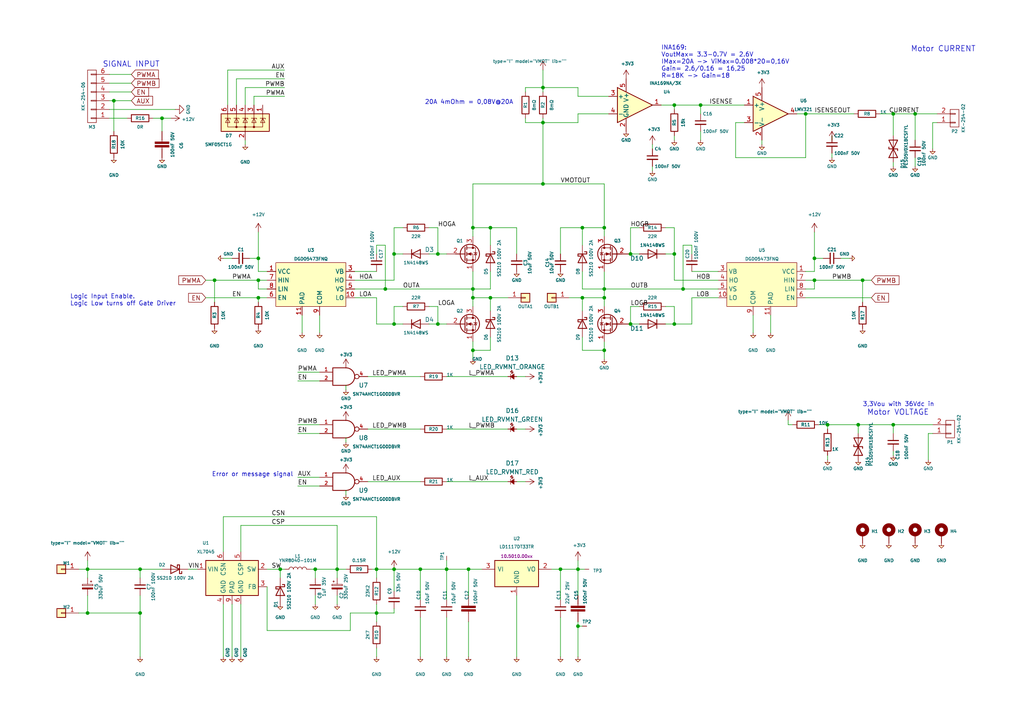
<source format=kicad_sch>
(kicad_sch (version 20211123) (generator eeschema)
  (paper "A4")
  (junction (at 259.08 33.02))
  (junction (at 175.26 83.82))
  (junction (at 114.3 73.66))
  (junction (at 109.22 177.8))
  (junction (at 195.58 93.98))
  (junction (at 259.08 123.19))
  (junction (at 62.23 81.28))
  (junction (at 127 93.98))
  (junction (at 168.91 86.36))
  (junction (at 33.02 29.21))
  (junction (at 182.88 73.66))
  (junction (at 91.44 165.1))
  (junction (at 109.22 165.1))
  (junction (at 137.16 83.82))
  (junction (at 137.16 66.04))
  (junction (at 182.88 93.98))
  (junction (at 111.76 83.82))
  (junction (at 114.3 165.1))
  (junction (at 250.19 81.28))
  (junction (at 168.91 66.04))
  (junction (at 114.3 93.98))
  (junction (at 74.93 86.36))
  (junction (at 121.92 165.1))
  (junction (at 157.48 53.34))
  (junction (at 175.26 66.04))
  (junction (at 137.16 101.6))
  (junction (at 137.16 86.36))
  (junction (at 157.48 35.56))
  (junction (at 233.68 33.02))
  (junction (at 236.22 74.93))
  (junction (at 142.24 86.36))
  (junction (at 175.26 86.36))
  (junction (at 74.93 81.28))
  (junction (at 236.22 81.28))
  (junction (at 25.4 165.1))
  (junction (at 198.12 83.82))
  (junction (at 142.24 66.04))
  (junction (at 129.54 165.1))
  (junction (at 203.2 30.48))
  (junction (at 40.64 165.1))
  (junction (at 74.93 74.93))
  (junction (at 162.56 165.1))
  (junction (at 195.58 30.48))
  (junction (at 46.99 34.29))
  (junction (at 25.4 177.8))
  (junction (at 81.28 165.1))
  (junction (at 135.89 165.1))
  (junction (at 265.43 33.02))
  (junction (at 40.64 177.8))
  (junction (at 240.03 123.19))
  (junction (at 127 73.66))
  (junction (at 195.58 73.66))
  (junction (at 167.64 165.1))
  (junction (at 248.92 123.19))
  (junction (at 157.48 25.4))
  (junction (at 97.79 165.1))
  (junction (at 175.26 101.6))
  (junction (at 167.64 181.61))
  (wire (pts (xy 100.33 127) (xy 100.33 128.27)))
  (wire (pts (xy 246.38 74.93) (xy 243.84 74.93)))
  (wire (pts (xy 208.28 78.74) (xy 200.66 78.74)))
  (wire (pts (xy 157.48 26.67) (xy 157.48 25.4)))
  (wire (pts (xy 259.08 130.81) (xy 259.08 132.08)))
  (wire (pts (xy 142.24 97.79) (xy 142.24 101.6)))
  (wire (pts (xy 129.54 109.22) (xy 147.32 109.22)))
  (wire (pts (xy 33.02 29.21) (xy 31.75 29.21)))
  (wire (pts (xy 259.08 33.02) (xy 259.08 39.37)))
  (wire (pts (xy 168.91 66.04) (xy 175.26 66.04)))
  (wire (pts (xy 237.49 123.19) (xy 240.03 123.19)))
  (wire (pts (xy 109.22 86.36) (xy 109.22 93.98)))
  (wire (pts (xy 195.58 81.28) (xy 195.58 73.66)))
  (wire (pts (xy 142.24 86.36) (xy 137.16 86.36)))
  (wire (pts (xy 228.6 123.19) (xy 229.87 123.19)))
  (wire (pts (xy 233.68 83.82) (xy 236.22 83.82)))
  (wire (pts (xy 208.28 86.36) (xy 200.66 86.36)))
  (wire (pts (xy 175.26 68.58) (xy 175.26 66.04)))
  (wire (pts (xy 127 73.66) (xy 129.54 73.66)))
  (wire (pts (xy 152.4 139.7) (xy 149.86 139.7)))
  (wire (pts (xy 87.63 91.44) (xy 87.63 96.52)))
  (wire (pts (xy 200.66 93.98) (xy 195.58 93.98)))
  (wire (pts (xy 71.12 40.64) (xy 71.12 41.91)))
  (wire (pts (xy 101.6 182.88) (xy 77.47 182.88)))
  (wire (pts (xy 62.23 81.28) (xy 62.23 87.63)))
  (wire (pts (xy 64.77 74.93) (xy 67.31 74.93)))
  (wire (pts (xy 152.4 34.29) (xy 152.4 35.56)))
  (wire (pts (xy 97.79 167.64) (xy 97.79 165.1)))
  (wire (pts (xy 182.88 88.9) (xy 182.88 93.98)))
  (wire (pts (xy 236.22 81.28) (xy 250.19 81.28)))
  (wire (pts (xy 91.44 172.72) (xy 91.44 175.26)))
  (wire (pts (xy 241.3 39.37) (xy 241.3 40.64)))
  (wire (pts (xy 200.66 71.12) (xy 198.12 71.12)))
  (wire (pts (xy 92.71 91.44) (xy 92.71 96.52)))
  (wire (pts (xy 162.56 165.1) (xy 167.64 165.1)))
  (wire (pts (xy 40.64 172.72) (xy 40.64 177.8)))
  (wire (pts (xy 38.1 24.13) (xy 31.75 24.13)))
  (wire (pts (xy 149.86 73.66) (xy 149.86 66.04)))
  (wire (pts (xy 168.91 86.36) (xy 168.91 90.17)))
  (wire (pts (xy 213.36 35.56) (xy 213.36 45.72)))
  (wire (pts (xy 198.12 71.12) (xy 198.12 83.82)))
  (wire (pts (xy 109.22 71.12) (xy 111.76 71.12)))
  (wire (pts (xy 270.51 35.56) (xy 270.51 43.18)))
  (wire (pts (xy 248.92 123.19) (xy 248.92 125.73)))
  (wire (pts (xy 137.16 68.58) (xy 137.16 66.04)))
  (wire (pts (xy 175.26 101.6) (xy 175.26 104.14)))
  (wire (pts (xy 176.53 33.02) (xy 167.64 33.02)))
  (wire (pts (xy 175.26 86.36) (xy 175.26 88.9)))
  (wire (pts (xy 240.03 123.19) (xy 248.92 123.19)))
  (wire (pts (xy 111.76 71.12) (xy 111.76 83.82)))
  (wire (pts (xy 59.69 86.36) (xy 74.93 86.36)))
  (wire (pts (xy 157.48 25.4) (xy 152.4 25.4)))
  (wire (pts (xy 152.4 35.56) (xy 157.48 35.56)))
  (wire (pts (xy 109.22 175.26) (xy 109.22 177.8)))
  (wire (pts (xy 74.93 74.93) (xy 74.93 78.74)))
  (wire (pts (xy 121.92 165.1) (xy 129.54 165.1)))
  (wire (pts (xy 218.44 91.44) (xy 218.44 96.52)))
  (wire (pts (xy 92.71 140.97) (xy 86.36 140.97)))
  (wire (pts (xy 124.46 88.9) (xy 127 88.9)))
  (wire (pts (xy 106.68 139.7) (xy 121.92 139.7)))
  (wire (pts (xy 114.3 176.53) (xy 114.3 177.8)))
  (wire (pts (xy 265.43 33.02) (xy 271.78 33.02)))
  (wire (pts (xy 97.79 165.1) (xy 100.33 165.1)))
  (wire (pts (xy 167.64 162.56) (xy 167.64 165.1)))
  (wire (pts (xy 124.46 93.98) (xy 127 93.98)))
  (wire (pts (xy 167.64 27.94) (xy 167.64 25.4)))
  (wire (pts (xy 114.3 93.98) (xy 116.84 93.98)))
  (wire (pts (xy 182.88 66.04) (xy 182.88 73.66)))
  (wire (pts (xy 203.2 30.48) (xy 215.9 30.48)))
  (wire (pts (xy 185.42 93.98) (xy 182.88 93.98)))
  (wire (pts (xy 127 88.9) (xy 127 93.98)))
  (wire (pts (xy 236.22 81.28) (xy 236.22 83.82)))
  (wire (pts (xy 149.86 66.04) (xy 142.24 66.04)))
  (wire (pts (xy 142.24 66.04) (xy 142.24 71.12)))
  (wire (pts (xy 259.08 48.26) (xy 259.08 46.99)))
  (wire (pts (xy 160.02 165.1) (xy 162.56 165.1)))
  (wire (pts (xy 86.36 138.43) (xy 92.71 138.43)))
  (wire (pts (xy 72.39 74.93) (xy 74.93 74.93)))
  (wire (pts (xy 167.64 181.61) (xy 167.64 190.5)))
  (wire (pts (xy 102.87 86.36) (xy 109.22 86.36)))
  (wire (pts (xy 157.48 35.56) (xy 167.64 35.56)))
  (wire (pts (xy 38.1 26.67) (xy 31.75 26.67)))
  (wire (pts (xy 162.56 179.07) (xy 162.56 190.5)))
  (wire (pts (xy 44.45 34.29) (xy 46.99 34.29)))
  (wire (pts (xy 176.53 27.94) (xy 167.64 27.94)))
  (wire (pts (xy 236.22 74.93) (xy 236.22 78.74)))
  (wire (pts (xy 124.46 73.66) (xy 127 73.66)))
  (wire (pts (xy 97.79 152.4) (xy 97.79 165.1)))
  (wire (pts (xy 25.4 165.1) (xy 25.4 167.64)))
  (wire (pts (xy 200.66 73.66) (xy 200.66 71.12)))
  (wire (pts (xy 137.16 83.82) (xy 137.16 86.36)))
  (wire (pts (xy 25.4 165.1) (xy 40.64 165.1)))
  (wire (pts (xy 175.26 78.74) (xy 175.26 83.82)))
  (wire (pts (xy 82.55 22.86) (xy 68.58 22.86)))
  (wire (pts (xy 100.33 142.24) (xy 100.33 143.51)))
  (wire (pts (xy 168.91 86.36) (xy 165.1 86.36)))
  (wire (pts (xy 137.16 101.6) (xy 137.16 104.14)))
  (wire (pts (xy 259.08 33.02) (xy 265.43 33.02)))
  (wire (pts (xy 255.27 33.02) (xy 259.08 33.02)))
  (wire (pts (xy 114.3 88.9) (xy 116.84 88.9)))
  (wire (pts (xy 40.64 165.1) (xy 40.64 167.64)))
  (wire (pts (xy 121.92 165.1) (xy 121.92 173.99)))
  (wire (pts (xy 157.48 25.4) (xy 157.48 20.32)))
  (wire (pts (xy 91.44 165.1) (xy 97.79 165.1)))
  (wire (pts (xy 137.16 53.34) (xy 137.16 66.04)))
  (wire (pts (xy 114.3 165.1) (xy 121.92 165.1)))
  (wire (pts (xy 46.99 165.1) (xy 40.64 165.1)))
  (wire (pts (xy 82.55 20.32) (xy 66.04 20.32)))
  (wire (pts (xy 106.68 124.46) (xy 121.92 124.46)))
  (wire (pts (xy 101.6 177.8) (xy 101.6 182.88)))
  (wire (pts (xy 175.26 66.04) (xy 175.26 53.34)))
  (wire (pts (xy 195.58 40.64) (xy 195.58 39.37)))
  (wire (pts (xy 259.08 123.19) (xy 259.08 125.73)))
  (wire (pts (xy 107.95 165.1) (xy 109.22 165.1)))
  (wire (pts (xy 185.42 73.66) (xy 182.88 73.66)))
  (wire (pts (xy 67.31 190.5) (xy 67.31 175.26)))
  (wire (pts (xy 195.58 30.48) (xy 195.58 31.75)))
  (wire (pts (xy 81.28 165.1) (xy 81.28 167.64)))
  (wire (pts (xy 109.22 177.8) (xy 114.3 177.8)))
  (wire (pts (xy 250.19 81.28) (xy 250.19 87.63)))
  (wire (pts (xy 240.03 123.19) (xy 240.03 124.46)))
  (wire (pts (xy 127 93.98) (xy 129.54 93.98)))
  (wire (pts (xy 25.4 177.8) (xy 40.64 177.8)))
  (wire (pts (xy 38.1 21.59) (xy 31.75 21.59)))
  (wire (pts (xy 33.02 29.21) (xy 33.02 38.1)))
  (wire (pts (xy 137.16 101.6) (xy 142.24 101.6)))
  (wire (pts (xy 109.22 187.96) (xy 109.22 190.5)))
  (wire (pts (xy 195.58 88.9) (xy 195.58 93.98)))
  (wire (pts (xy 137.16 86.36) (xy 137.16 88.9)))
  (wire (pts (xy 68.58 22.86) (xy 68.58 30.48)))
  (wire (pts (xy 142.24 86.36) (xy 147.32 86.36)))
  (wire (pts (xy 168.91 78.74) (xy 168.91 83.82)))
  (wire (pts (xy 22.86 177.8) (xy 25.4 177.8)))
  (wire (pts (xy 109.22 149.86) (xy 109.22 165.1)))
  (wire (pts (xy 92.71 107.95) (xy 86.36 107.95)))
  (wire (pts (xy 38.1 29.21) (xy 33.02 29.21)))
  (wire (pts (xy 265.43 33.02) (xy 265.43 40.64)))
  (wire (pts (xy 236.22 81.28) (xy 233.68 81.28)))
  (wire (pts (xy 92.71 123.19) (xy 86.36 123.19)))
  (wire (pts (xy 195.58 93.98) (xy 193.04 93.98)))
  (wire (pts (xy 71.12 25.4) (xy 71.12 30.48)))
  (wire (pts (xy 97.79 175.26) (xy 97.79 172.72)))
  (wire (pts (xy 77.47 182.88) (xy 77.47 170.18)))
  (wire (pts (xy 82.55 27.94) (xy 73.66 27.94)))
  (wire (pts (xy 92.71 125.73) (xy 86.36 125.73)))
  (wire (pts (xy 265.43 45.72) (xy 265.43 48.26)))
  (wire (pts (xy 236.22 67.31) (xy 236.22 74.93)))
  (wire (pts (xy 64.77 160.02) (xy 64.77 149.86)))
  (wire (pts (xy 31.75 34.29) (xy 36.83 34.29)))
  (wire (pts (xy 102.87 83.82) (xy 111.76 83.82)))
  (wire (pts (xy 220.98 41.91) (xy 220.98 40.64)))
  (wire (pts (xy 109.22 93.98) (xy 114.3 93.98)))
  (wire (pts (xy 64.77 149.86) (xy 109.22 149.86)))
  (wire (pts (xy 162.56 165.1) (xy 162.56 173.99)))
  (wire (pts (xy 175.26 99.06) (xy 175.26 101.6)))
  (wire (pts (xy 238.76 74.93) (xy 236.22 74.93)))
  (wire (pts (xy 195.58 88.9) (xy 193.04 88.9)))
  (wire (pts (xy 74.93 78.74) (xy 77.47 78.74)))
  (wire (pts (xy 92.71 110.49) (xy 86.36 110.49)))
  (wire (pts (xy 233.68 86.36) (xy 252.73 86.36)))
  (wire (pts (xy 77.47 83.82) (xy 74.93 83.82)))
  (wire (pts (xy 167.64 33.02) (xy 167.64 35.56)))
  (wire (pts (xy 152.4 109.22) (xy 149.86 109.22)))
  (wire (pts (xy 200.66 86.36) (xy 200.66 93.98)))
  (wire (pts (xy 102.87 78.74) (xy 109.22 78.74)))
  (wire (pts (xy 175.26 53.34) (xy 157.48 53.34)))
  (wire (pts (xy 82.55 25.4) (xy 71.12 25.4)))
  (wire (pts (xy 271.78 35.56) (xy 270.51 35.56)))
  (wire (pts (xy 149.86 190.5) (xy 149.86 172.72)))
  (wire (pts (xy 50.8 31.75) (xy 31.75 31.75)))
  (wire (pts (xy 135.89 165.1) (xy 135.89 172.72)))
  (wire (pts (xy 137.16 83.82) (xy 142.24 83.82)))
  (wire (pts (xy 106.68 109.22) (xy 121.92 109.22)))
  (wire (pts (xy 25.4 172.72) (xy 25.4 177.8)))
  (wire (pts (xy 109.22 177.8) (xy 109.22 180.34)))
  (wire (pts (xy 185.42 88.9) (xy 182.88 88.9)))
  (wire (pts (xy 46.99 34.29) (xy 46.99 38.1)))
  (wire (pts (xy 114.3 73.66) (xy 116.84 73.66)))
  (wire (pts (xy 269.24 125.73) (xy 269.24 133.35)))
  (wire (pts (xy 142.24 66.04) (xy 137.16 66.04)))
  (wire (pts (xy 168.91 86.36) (xy 175.26 86.36)))
  (wire (pts (xy 248.92 123.19) (xy 259.08 123.19)))
  (wire (pts (xy 142.24 86.36) (xy 142.24 90.17)))
  (wire (pts (xy 69.85 175.26) (xy 69.85 190.5)))
  (wire (pts (xy 208.28 83.82) (xy 198.12 83.82)))
  (wire (pts (xy 168.91 83.82) (xy 175.26 83.82)))
  (wire (pts (xy 109.22 73.66) (xy 109.22 71.12)))
  (wire (pts (xy 241.3 45.72) (xy 241.3 44.45)))
  (wire (pts (xy 127 66.04) (xy 127 73.66)))
  (wire (pts (xy 73.66 27.94) (xy 73.66 30.48)))
  (wire (pts (xy 74.93 86.36) (xy 74.93 87.63)))
  (wire (pts (xy 236.22 78.74) (xy 233.68 78.74)))
  (wire (pts (xy 169.545 165.1) (xy 167.64 165.1)))
  (wire (pts (xy 193.04 66.04) (xy 195.58 66.04)))
  (wire (pts (xy 167.64 165.1) (xy 167.64 172.72)))
  (wire (pts (xy 74.93 86.36) (xy 77.47 86.36)))
  (wire (pts (xy 189.23 49.53) (xy 189.23 48.26)))
  (wire (pts (xy 135.89 180.34) (xy 135.89 190.5)))
  (wire (pts (xy 129.54 139.7) (xy 147.32 139.7)))
  (wire (pts (xy 116.84 66.04) (xy 114.3 66.04)))
  (wire (pts (xy 157.48 25.4) (xy 167.64 25.4)))
  (wire (pts (xy 137.16 78.74) (xy 137.16 83.82)))
  (wire (pts (xy 233.68 33.02) (xy 231.14 33.02)))
  (wire (pts (xy 152.4 25.4) (xy 152.4 26.67)))
  (wire (pts (xy 74.93 81.28) (xy 77.47 81.28)))
  (wire (pts (xy 203.2 40.64) (xy 203.2 38.1)))
  (wire (pts (xy 129.54 179.07) (xy 129.54 190.5)))
  (wire (pts (xy 49.53 34.29) (xy 46.99 34.29)))
  (wire (pts (xy 81.28 165.1) (xy 82.55 165.1)))
  (wire (pts (xy 168.91 66.04) (xy 168.91 71.12)))
  (wire (pts (xy 270.51 125.73) (xy 269.24 125.73)))
  (wire (pts (xy 175.26 83.82) (xy 175.26 86.36)))
  (wire (pts (xy 129.54 165.1) (xy 129.54 173.99)))
  (wire (pts (xy 233.68 45.72) (xy 233.68 33.02)))
  (wire (pts (xy 259.08 123.19) (xy 270.51 123.19)))
  (wire (pts (xy 162.56 73.66) (xy 162.56 66.04)))
  (wire (pts (xy 213.36 45.72) (xy 233.68 45.72)))
  (wire (pts (xy 195.58 73.66) (xy 193.04 73.66)))
  (wire (pts (xy 168.91 101.6) (xy 175.26 101.6)))
  (wire (pts (xy 66.04 20.32) (xy 66.04 30.48)))
  (wire (pts (xy 121.92 179.07) (xy 121.92 190.5)))
  (wire (pts (xy 22.86 165.1) (xy 25.4 165.1)))
  (wire (pts (xy 74.93 81.28) (xy 74.93 83.82)))
  (wire (pts (xy 252.73 81.28) (xy 250.19 81.28)))
  (wire (pts (xy 109.22 165.1) (xy 109.22 167.64)))
  (wire (pts (xy 129.54 165.1) (xy 135.89 165.1)))
  (wire (pts (xy 40.64 177.8) (xy 40.64 190.5)))
  (wire (pts (xy 135.89 165.1) (xy 139.7 165.1)))
  (wire (pts (xy 247.65 33.02) (xy 233.68 33.02)))
  (wire (pts (xy 57.15 165.1) (xy 54.61 165.1)))
  (wire (pts (xy 129.54 124.46) (xy 147.32 124.46)))
  (wire (pts (xy 157.48 35.56) (xy 157.48 53.34)))
  (wire (pts (xy 162.56 66.04) (xy 168.91 66.04)))
  (wire (pts (xy 100.33 111.76) (xy 100.33 113.03)))
  (wire (pts (xy 215.9 35.56) (xy 213.36 35.56)))
  (wire (pts (xy 129.54 162.56) (xy 129.54 165.1)))
  (wire (pts (xy 114.3 81.28) (xy 114.3 73.66)))
  (wire (pts (xy 157.48 53.34) (xy 137.16 53.34)))
  (wire (pts (xy 142.24 78.74) (xy 142.24 83.82)))
  (wire (pts (xy 240.03 132.08) (xy 240.03 133.35)))
  (wire (pts (xy 198.12 83.82) (xy 175.26 83.82)))
  (wire (pts (xy 208.28 81.28) (xy 195.58 81.28)))
  (wire (pts (xy 62.23 81.28) (xy 74.93 81.28)))
  (wire (pts (xy 195.58 66.04) (xy 195.58 73.66)))
  (wire (pts (xy 191.77 30.48) (xy 195.58 30.48)))
  (wire (pts (xy 195.58 30.48) (xy 203.2 30.48)))
  (wire (pts (xy 137.16 99.06) (xy 137.16 101.6)))
  (wire (pts (xy 185.42 66.04) (xy 182.88 66.04)))
  (wire (pts (xy 109.22 165.1) (xy 114.3 165.1)))
  (wire (pts (xy 25.4 162.56) (xy 25.4 165.1)))
  (wire (pts (xy 69.85 152.4) (xy 97.79 152.4)))
  (wire (pts (xy 124.46 66.04) (xy 127 66.04)))
  (wire (pts (xy 102.87 81.28) (xy 114.3 81.28)))
  (wire (pts (xy 111.76 83.82) (xy 137.16 83.82)))
  (wire (pts (xy 109.22 177.8) (xy 101.6 177.8)))
  (wire (pts (xy 168.91 97.79) (xy 168.91 101.6)))
  (wire (pts (xy 114.3 165.1) (xy 114.3 171.45)))
  (wire (pts (xy 228.6 121.92) (xy 228.6 123.19)))
  (wire (pts (xy 114.3 88.9) (xy 114.3 93.98)))
  (wire (pts (xy 69.85 152.4) (xy 69.85 160.02)))
  (wire (pts (xy 189.23 43.18) (xy 189.23 41.91)))
  (wire (pts (xy 59.69 81.28) (xy 62.23 81.28)))
  (wire (pts (xy 90.17 165.1) (xy 91.44 165.1)))
  (wire (pts (xy 77.47 165.1) (xy 81.28 165.1)))
  (wire (pts (xy 167.64 180.34) (xy 167.64 181.61)))
  (wire (pts (xy 157.48 34.29) (xy 157.48 35.56)))
  (wire (pts (xy 91.44 167.64) (xy 91.44 165.1)))
  (wire (pts (xy 64.77 175.26) (xy 64.77 190.5)))
  (wire (pts (xy 114.3 66.04) (xy 114.3 73.66)))
  (wire (pts (xy 167.64 181.61) (xy 168.91 181.61)))
  (wire (pts (xy 152.4 124.46) (xy 149.86 124.46)))
  (wire (pts (xy 74.93 67.31) (xy 74.93 74.93)))
  (wire (pts (xy 223.52 91.44) (xy 223.52 96.52)))
  (wire (pts (xy 203.2 30.48) (xy 203.2 33.02)))
  (text "3,3Vou with 36Vdc in" (at 250.19 118.11 0) (effects (font (size 1.27 1.27)) (justify left bottom)))
  (text "Logic Input Enable.\nLogic Low turns off Gate Driver" (at 20.32 88.9 0) (effects (font (size 1.27 1.27)) (justify left bottom)))
  (text "Motor VOLTAGE" (at 251.46 120.65 0) (effects (font (size 1.6002 1.6002)) (justify left bottom)))
  (text "Motor CURRENT" (at 264.16 15.24 0) (effects (font (size 1.6002 1.6002)) (justify left bottom)))
  (text "20A 4mOhm = 0,08V@20A" (at 123.19 30.48 0) (effects (font (size 1.27 1.27)) (justify left bottom)))
  (text "INA169:\nVoutMax= 3.3-0.7V = 2.6V\nIMax=20A -> ViMax=0.008*20=0,16V\nGain= 2.6/0.16 = 16,25\nR=18K -> Gain=18" (at 191.77 22.86 0) (effects (font (size 1.27 1.27)) (justify left bottom)))
  (text "Error or message signal" (at 85.09 138.43 180) (effects (font (size 1.27 1.27)) (justify right bottom)))
  (text "SIGNAL INPUT" (at 46.355 19.685 180) (effects (font (size 1.6002 1.6002)) (justify right bottom)))
  (label "LED_PWMB" (at 107.95 124.46 0))
  (label "VMOTOUT" (at 162.56 53.34 0))
  (label "SW" (at 78.74 165.1 0))
  (label "PWMB" (at 241.3 81.28 0))
  (label "AUX" (at 86.36 138.43 0))
  (label "CURRENT" (at 257.81 33.02 0))
  (label "HOB" (at 201.93 81.28 0))
  (label "PWMA" (at 86.36 107.95 0) (effects (font (size 1.2954 1.2954))))
  (label "VIN" (at 54.61 165.1 0))
  (label "LOGB" (at 182.88 88.9 0))
  (label "LOA" (at 104.14 86.36 0))
  (label "L_PWMB" (at 135.89 124.46 0))
  (label "LOB" (at 201.93 86.36 0))
  (label "ISENSE" (at 205.74 30.48 0))
  (label "AUX" (at 82.55 20.32 180))
  (label "CSP" (at 78.74 152.4 0))
  (label "ISENSEOUT" (at 236.22 33.02 0))
  (label "LOGA" (at 127 88.9 0))
  (label "CSN" (at 78.74 149.86 0))
  (label "L_AUX" (at 135.89 139.7 0))
  (label "OUTA" (at 116.84 83.82 0))
  (label "EN" (at 82.55 22.86 180))
  (label "PWMA" (at 82.55 27.94 180))
  (label "HOGB" (at 182.88 66.04 0))
  (label "HOGA" (at 127 66.04 0))
  (label "EN" (at 86.36 125.73 0) (effects (font (size 1.2954 1.2954))))
  (label "L_PWMA" (at 135.89 109.22 0))
  (label "EN" (at 86.36 110.49 0) (effects (font (size 1.2954 1.2954))))
  (label "EN" (at 86.36 140.97 0) (effects (font (size 1.2954 1.2954))))
  (label "LED_AUX" (at 107.95 139.7 0))
  (label "PWMB" (at 82.55 25.4 180))
  (label "LED_PWMA" (at 107.95 109.22 0))
  (label "OUTB" (at 182.88 83.82 0))
  (label "PWMA" (at 67.31 81.28 0))
  (label "HOA" (at 104.14 81.28 0))
  (label "EN" (at 67.31 86.36 0))
  (label "PWMB" (at 86.36 123.19 0) (effects (font (size 1.2954 1.2954))))
  (global_label "PWMB" (shape input) (at 38.1 24.13 0) (effects (font (size 1.2954 1.2954))) (property "Intersheet References" "${INTERSHEET_REFS}" (effects hide)))
  (global_label "PWMB" (shape input) (at 252.73 81.28 0) (effects (font (size 1.2954 1.2954))) (property "Intersheet References" "${INTERSHEET_REFS}" (effects hide)))
  (global_label "PWMA" (shape input) (at 59.69 81.28 180) (effects (font (size 1.2954 1.2954))) (property "Intersheet References" "${INTERSHEET_REFS}" (effects hide)))
  (global_label "EN" (shape input) (at 252.73 86.36 0) (effects (font (size 1.2954 1.2954))) (property "Intersheet References" "${INTERSHEET_REFS}" (effects hide)))
  (global_label "PWMA" (shape input) (at 38.1 21.59 0) (effects (font (size 1.2954 1.2954))) (property "Intersheet References" "${INTERSHEET_REFS}" (effects hide)))
  (global_label "EN" (shape input) (at 59.69 86.36 180) (effects (font (size 1.2954 1.2954))) (property "Intersheet References" "${INTERSHEET_REFS}" (effects hide)))
  (global_label "EN" (shape input) (at 38.1 26.67 0) (effects (font (size 1.2954 1.2954))) (property "Intersheet References" "${INTERSHEET_REFS}" (effects hide)))
  (global_label "AUX" (shape input) (at 38.1 29.21 0) (effects (font (size 1.2954 1.2954))) (property "Intersheet References" "${INTERSHEET_REFS}" (effects hide)))
  (symbol (lib_id "agg-kicad:GND") (at 270.51 43.18 0) (unit 1)
    (property "Reference" "#PWR043" (effects hide))
    (property "Value" "GND" (at 270.51 45.72 0) (effects (font (size 0.9 0.9))))
  )
  (symbol (lib_id "MotorBuck:XL7045") (at 67.31 167.64 0) (unit 1)
    (property "Reference" "U1" (at 59.69 157.48 0) (effects (font (size 0.9 0.9))))
    (property "Value" "XL7045" (at 59.69 160.02 0) (effects (font (size 0.9 0.9))))
    (property "Footprint" "Package_SO:SOIC-8-1EP_3.9x4.9mm_P1.27mm_EP2.29x3mm" (effects hide))
    (property "Datasheet" "https://datasheet.lcsc.com/lcsc/1811151639_XLSEMI-XL7045E1_C126474.pdf" (effects hide))
    (property "DESCR" "Step-down type 1 Step-down 1.25V~20V 10V~80V 300mA 100kHz SOP-8-EP DC-DC Converters ROHS" (effects hide))
    (property "LCSC" "C126474" (effects hide))
    (property "MFR" "XL7045E1" (effects hide))
  )
  (symbol (lib_id "Mechanical:MountingHole_Pad") (at 265.43 154.94 0) (unit 1) (in_bom no)
    (property "Reference" "H3" (at 267.97 154.1038 0) (effects (font (size 0.9 0.9)) (justify left)))
    (property "Value" "MountingHole_Pad" (effects hide))
    (property "Footprint" "MountingHole:MountingHole_3.2mm_M3_Pad_Via" (effects hide))
  )
  (symbol (lib_id "power:+3V3") (at 152.4 109.22 270) (unit 1)
    (property "Reference" "#PWR066" (effects hide))
    (property "Value" "+3V3" (at 156.7942 109.601 0) (effects (font (size 0.9 0.9))))
  )
  (symbol (lib_id "Diode:MBR340") (at 142.24 74.93 270) (unit 1)
    (property "Reference" "D5" (at 140.97 78.74 0) (effects (font (size 0.9 0.9))))
    (property "Value" "SS210 100V 2A" (at 144.78 74.93 0) (effects (font (size 0.9 0.9))))
    (property "Footprint" "Diode_SMD:D_SMA" (effects hide))
    (property "Datasheet" "https://datasheet.lcsc.com/lcsc/1811071613_MDD-Microdiode-Electronics--SS210_C14996.pdf" (effects hide))
    (property "LCSC" "C14996" (effects hide))
    (property "MFR" "SS210" (effects hide))
    (property "DESCR" "100V 850mV@2A 2A SMA(DO-214AC) Schottky Barrier Diodes (SBD) ROHS" (effects hide))
  )
  (symbol (lib_id "agg-kicad:GND") (at 137.16 104.14 0) (mirror y) (unit 1)
    (property "Reference" "#PWR021" (effects hide))
    (property "Value" "GND" (at 138.43 104.14 0) (effects (font (size 0.9 0.9))))
  )
  (symbol (lib_id "Diode:1N4148W") (at 189.23 73.66 180) (unit 1)
    (property "Reference" "D10" (at 186.69 74.93 0) (effects (justify left)))
    (property "Value" "1N4148WS" (at 189.23 71.12 0) (effects (font (size 0.9 0.9))))
    (property "Footprint" "Diode_SMD:D_SOD-323" (effects hide))
    (property "Datasheet" "https://www.vishay.com/docs/85748/1n4148w.pdf" (effects hide))
    (property "LCSC" "C2128" (effects hide))
  )
  (symbol (lib_id "Device:Q_NMOS_SGD") (at 177.8 73.66 0) (mirror y) (unit 1)
    (property "Reference" "Q3" (at 179.07 69.85 0) (effects (font (size 0.9 0.9))))
    (property "Value" "RU6888M" (effects hide))
    (property "Footprint" "katodo:DFN-8-1EP_5.55x5.2mm_P1.27mm_EP4.12x4.6mm_MOSFET_3PIN" (effects hide))
    (property "DESCR" "60V 62A 62.5W 8mΩ@10V,40A 4V@250uA N Channel PDFN-8(5.8x4.9) MOSFETs ROHS" (effects hide))
    (property "LCSC" "C180959" (effects hide))
    (property "MFR" "RU6888M" (effects hide))
  )
  (symbol (lib_id "agg-kicad:TESTPAD") (at 129.54 162.56 90) (unit 1) (in_bom no)
    (property "Reference" "TP1" (at 128.27 162.56 0) (effects (font (size 0.9 0.9)) (justify left)))
    (property "Value" "TESTPAD" (effects hide))
    (property "Footprint" "TestPoint:TestPoint_Pad_2.5x2.5mm" (effects hide))
  )
  (symbol (lib_id "MotorBuck:VMOT") (at 157.48 20.32 0) (unit 1)
    (property "Reference" "#PWR012" (effects hide))
    (property "Value" "VMOT" (at 153.67 17.78 0) (effects (font (size 0.9 0.9))))
    (property "Spice_Primitive" "I" (effects hide))
    (property "Spice_Netlist_Enabled" "Y" (effects hide))
  )
  (symbol (lib_id "agg-kicad:GND") (at 69.85 190.5 0) (unit 1)
    (property "Reference" "#PWR010" (effects hide))
    (property "Value" "GND" (at 71.12 189.23 90) (effects (font (size 0.9 0.9))))
  )
  (symbol (lib_id "RoboPonteDual-rescue:R") (at 125.73 139.7 270) (unit 1)
    (property "Reference" "R21" (at 125.73 139.7 90) (effects (font (size 0.9 0.9))))
    (property "Value" "1K" (at 129.54 139.7 90) (effects (font (size 0.9 0.9)) (justify left bottom)))
    (property "Footprint" "Resistor_SMD:R_0603_1608Metric" (effects hide))
    (property "LCSC" "C21190" (effects hide))
    (property "MFR" "0603WAF1001T5E" (effects hide))
  )
  (symbol (lib_id "Device:C_Polarized_Small") (at 25.4 170.18 0) (mirror y) (unit 1)
    (property "Reference" "C5" (at 27.94 170.18 90) (effects (font (size 0.9 0.9))))
    (property "Value" "330uF 50V" (at 29.21 170.18 90) (effects (font (size 0.9 0.9))))
    (property "Footprint" "Capacitor_THT:CP_Radial_D12.5mm_P5.00mm" (effects hide))
    (property "KATODO" "10.1040.0006" (effects hide))
  )
  (symbol (lib_id "RoboPonteDual-rescue:R") (at 33.02 41.91 0) (unit 1)
    (property "Reference" "R18" (at 33.02 41.91 90) (effects (font (size 0.9 0.9))))
    (property "Value" "10K" (at 35.56 41.91 90) (effects (font (size 0.9 0.9))))
    (property "Footprint" "Resistor_SMD:R_0603_1608Metric" (effects hide))
    (property "LCSC" "C25804" (effects hide))
    (property "MFR" "0603WAF1002T5E" (effects hide))
  )
  (symbol (lib_id "Device:C_Small") (at 200.66 76.2 0) (mirror y) (unit 1)
    (property "Reference" "C20" (at 199.39 73.66 90) (effects (font (size 0.9 0.9))))
    (property "Value" "100nF 100V" (at 201.93 71.12 90) (effects (font (size 0.9 0.9))))
    (property "Footprint" "Capacitor_SMD:C_0805_2012Metric" (effects hide))
    (property "LCSC" "C28233" (effects hide))
    (property "MFR" "CL21B104KCFNNNE" (effects hide))
  )
  (symbol (lib_id "RoboPonteDual-rescue:GND") (at 50.8 31.75 90) (mirror x) (unit 1)
    (property "Reference" "#PWR04" (effects hide))
    (property "Value" "~" (at 54.61 31.75 0) (effects (font (size 0.9 0.9))))
  )
  (symbol (lib_id "agg-kicad:GND") (at 129.54 190.5 0) (unit 1)
    (property "Reference" "#PWR019" (effects hide))
    (property "Value" "GND" (at 129.54 195.58 0) (effects (font (size 0.9 0.9))))
  )
  (symbol (lib_id "agg-kicad:GND") (at 162.56 190.5 0) (unit 1)
    (property "Reference" "#PWR023" (effects hide))
    (property "Value" "GND" (at 162.56 195.58 0) (effects (font (size 0.9 0.9))))
  )
  (symbol (lib_id "agg-kicad:GND") (at 64.77 190.5 0) (unit 1)
    (property "Reference" "#PWR03" (effects hide))
    (property "Value" "GND" (at 66.04 189.23 90) (effects (font (size 0.9 0.9))))
  )
  (symbol (lib_id "agg-kicad:TESTPAD") (at 168.91 181.61 0) (unit 1) (in_bom no)
    (property "Reference" "TP2" (at 168.91 180.34 0) (effects (font (size 0.9 0.9)) (justify left)))
    (property "Value" "TESTPAD" (effects hide))
    (property "Footprint" "TestPoint:TestPoint_Pad_2.5x2.5mm" (effects hide))
  )
  (symbol (lib_id "power:+3V3") (at 220.98 25.4 0) (unit 1)
    (property "Reference" "#PWR033" (effects hide))
    (property "Value" "+3V3" (at 221.361 21.0058 0) (effects (font (size 0.9 0.9))))
  )
  (symbol (lib_id "agg-kicad:GND") (at 175.26 104.14 0) (mirror y) (unit 1)
    (property "Reference" "#PWR026" (effects hide))
    (property "Value" "GND" (at 175.26 106.68 0) (effects (font (size 0.9 0.9))))
  )
  (symbol (lib_id "Device:C_Polarized_Small") (at 97.79 170.18 0) (unit 1)
    (property "Reference" "C2" (at 99.06 172.72 90) (effects (font (size 0.9 0.9))))
    (property "Value" "330uF 25V" (at 100.33 170.18 90) (effects (font (size 0.9 0.9))))
    (property "Footprint" "Capacitor_THT:CP_Radial_D10.0mm_P5.00mm" (effects hide))
    (property "KATODO" "10.1040.0013" (effects hide))
  )
  (symbol (lib_id "74xGxx:74AHC1G00") (at 100.33 139.7 0) (unit 1)
    (property "Reference" "U9" (at 105.41 142.24 0))
    (property "Value" "SN74AHCT1G00DBVR" (at 109.22 144.78 0) (effects (font (size 0.9 0.9))))
    (property "Footprint" "Package_TO_SOT_SMD:SOT-23-5" (effects hide))
    (property "Datasheet" "http://www.ti.com/lit/sg/scyt129e/scyt129e.pdf" (effects hide))
    (property "LCSC" "C473380" (effects hide))
  )
  (symbol (lib_id "Device:R") (at 120.65 88.9 90) (unit 1)
    (property "Reference" "R7" (at 120.65 88.9 90) (effects (font (size 0.9 0.9))))
    (property "Value" "22R" (at 120.65 86.36 90) (effects (font (size 0.9 0.9))))
    (property "Footprint" "Resistor_SMD:R_0603_1608Metric" (effects hide))
    (property "LCSC" "C23345" (effects hide))
    (property "MFR" "0603WAF220JT5E" (effects hide))
  )
  (symbol (lib_id "agg-kicad:GND") (at 246.38 74.93 90) (mirror x) (unit 1)
    (property "Reference" "#PWR051" (effects hide))
    (property "Value" "GND" (at 246.38 73.66 90) (effects (font (size 0.9 0.9)) (justify left)))
  )
  (symbol (lib_id "MotorController:SPARKFUN-CAPACITORS_CAP") (at 46.99 43.18 0) (mirror y) (unit 1)
    (property "Reference" "C6" (at 52.07 43.18 90) (effects (font (size 0.9 0.9)) (justify left bottom)))
    (property "Value" "100nF 50V" (at 49.53 45.72 90) (effects (font (size 0.9 0.9)) (justify left bottom)))
    (property "Footprint" "Capacitor_SMD:C_0603_1608Metric" (effects hide))
    (property "KATODO" "10.1050.0004" (effects hide))
    (property "LCSC" "C14663" (effects hide))
    (property "MFR" "CC0603KRX7R9BB104" (effects hide))
  )
  (symbol (lib_id "Device:C_Small") (at 114.3 173.99 0) (unit 1)
    (property "Reference" "C9" (at 113.03 171.45 90) (effects (font (size 0.9 0.9))))
    (property "Value" "33n 50V" (at 115.57 168.91 90) (effects (font (size 0.9 0.9))))
    (property "Footprint" "Capacitor_SMD:C_0603_1608Metric" (effects hide))
    (property "LCSC" "C21117" (effects hide))
    (property "MFR" "CL10B333KB8NNNC" (effects hide))
  )
  (symbol (lib_id "agg-kicad:GND") (at 265.43 157.48 0) (unit 1)
    (property "Reference" "#PWR054" (effects hide))
    (property "Value" "GND" (at 265.43 162.56 0) (effects (font (size 0.9 0.9))))
  )
  (symbol (lib_id "Device:C_Small") (at 265.43 43.18 0) (unit 1)
    (property "Reference" "C19" (at 266.7 48.26 90) (effects (font (size 0.9 0.9)) (justify left)))
    (property "Value" "100nF 50V" (at 267.97 48.26 90) (effects (font (size 0.9 0.9)) (justify left)))
    (property "Footprint" "Capacitor_SMD:C_0603_1608Metric" (effects hide))
    (property "LCSC" "C14663" (effects hide))
    (property "KATODO" "10.1050.0004" (effects hide))
    (property "MFR" "CC0603KRX7R9BB104" (effects hide))
  )
  (symbol (lib_id "agg-kicad:GND") (at 265.43 48.26 0) (unit 1)
    (property "Reference" "#PWR040" (effects hide))
    (property "Value" "GND" (at 265.43 50.8 0) (effects (font (size 0.9 0.9))))
  )
  (symbol (lib_id "agg-kicad:GND") (at 195.58 40.64 0) (unit 1)
    (property "Reference" "#PWR029" (effects hide))
    (property "Value" "GND" (at 195.58 43.18 0) (effects (font (size 0.9 0.9))))
  )
  (symbol (lib_id "agg-kicad:LED") (at 147.32 139.7 0) (unit 1)
    (property "Reference" "D17" (at 148.59 134.3492 0))
    (property "Value" "LED_RVMNT_RED" (at 148.59 136.8861 0))
    (property "Footprint" "LED_SMD:LED_1206_3216Metric_ReverseMount_Hole1.8x2.4mm" (effects hide))
    (property "Datasheet" "https://www.mouser.it/datasheet/2/239/Lite-On-LTST-C230KRKT-1175237.pdf" (effects hide))
    (property "MOUSER" "859-LTST-C230KRKT" (effects hide))
    (property "MFR" "LTST-C230KRKT" (effects hide))
  )
  (symbol (lib_id "agg-kicad:GND") (at 273.05 157.48 0) (unit 1)
    (property "Reference" "#PWR055" (effects hide))
    (property "Value" "GND" (at 273.05 162.56 0) (effects (font (size 0.9 0.9))))
  )
  (symbol (lib_id "power:+12V") (at 114.3 165.1 0) (unit 1)
    (property "Reference" "#PWR014" (effects hide))
    (property "Value" "+12V" (at 114.3 160.02 0) (effects (font (size 0.9 0.9))))
  )
  (symbol (lib_id "agg-kicad:GND") (at 269.24 133.35 0) (unit 1)
    (property "Reference" "#PWR042" (effects hide))
    (property "Value" "GND" (at 269.24 135.89 0) (effects (font (size 0.9 0.9))))
  )
  (symbol (lib_id "agg-kicad:GND") (at 220.98 41.91 0) (unit 1)
    (property "Reference" "#PWR034" (effects hide))
    (property "Value" "GND" (at 220.98 44.45 0) (effects (font (size 0.9 0.9))))
  )
  (symbol (lib_id "agg-kicad:GND") (at 67.31 190.5 0) (unit 1)
    (property "Reference" "#PWR0101" (effects hide))
    (property "Value" "GND" (at 68.58 189.23 90) (effects (font (size 0.9 0.9))))
  )
  (symbol (lib_id "Device:C_Small") (at 91.44 170.18 0) (unit 1)
    (property "Reference" "C8" (at 92.71 172.72 90) (effects (font (size 0.9 0.9))))
    (property "Value" "1uF 35V" (at 93.98 170.18 90) (effects (font (size 0.9 0.9))))
    (property "Footprint" "Capacitor_SMD:C_0805_2012Metric" (effects hide))
    (property "LCSC" "C28323" (effects hide))
    (property "MFR" "GRM219R7YA105KA12D" (effects hide))
  )
  (symbol (lib_id "Device:C_Small") (at 162.56 76.2 0) (mirror x) (unit 1)
    (property "Reference" "C14" (at 158.75 76.2 90) (effects (font (size 0.9 0.9))))
    (property "Value" "10uF 50V" (at 160.02 76.2 90) (effects (font (size 0.9 0.9))))
    (property "Footprint" "Capacitor_SMD:C_1206_3216Metric_Pad1.33x1.80mm_HandSolder" (effects hide))
    (property "LCSC" "C13585" (effects hide))
    (property "MFR" "CL31A106KBHNNNE" (effects hide))
  )
  (symbol (lib_id "katodo_kicad:DGD05473FNQ") (at 220.98 83.82 0) (mirror y) (unit 1)
    (property "Reference" "U5" (at 220.98 72.551 0) (effects (font (size 0.9 0.9))))
    (property "Value" "DGD05473FNQ" (at 220.98 75.0879 0) (effects (font (size 0.9 0.9))))
    (property "Footprint" "katodo:U-DFN3030-10_3.1x3.1mm_P0.5mm_EP1.8x2.6mm_ThermalVias" (effects hide))
    (property "Datasheet" "https://datasheet.lcsc.com/lcsc/2201121130_Diodes-Incorporated-DGD05473FNQ-7_C2677131.pdf" (effects hide))
    (property "DESCR" "Half Bridge MOSFET 2.5A 4.7V~14V 1.5A DFN-10-EP(3x3) Gate Drive ICs ROHS" (effects hide))
    (property "LCSC" "C2677131" (effects hide))
    (property "MFR" "DGD05473FNQ-7" (effects hide))
  )
  (symbol (lib_id "agg-kicad:GND") (at 250.19 157.48 0) (unit 1)
    (property "Reference" "#PWR052" (effects hide))
    (property "Value" "GND" (at 250.19 162.56 0) (effects (font (size 0.9 0.9))))
  )
  (symbol (lib_id "agg-kicad:LED") (at 147.32 109.22 0) (unit 1)
    (property "Reference" "D13" (at 148.59 103.8692 0))
    (property "Value" "LED_RVMNT_ORANGE" (at 148.59 106.4061 0))
    (property "Footprint" "LED_SMD:LED_1206_3216Metric_ReverseMount_Hole1.8x2.4mm" (effects hide))
    (property "Datasheet" "https://www.mouser.it/datasheet/2/239/Lite-On-LTST-C230KFKT-1175400.pdf" (effects hide))
    (property "MFR" "LTST-C230KFKT" (effects hide))
    (property "MOUSER" "859-LTST-C230KFKT" (effects hide))
  )
  (symbol (lib_id "Device:D_TVS") (at 259.08 43.18 90) (unit 1) (in_bom no)
    (property "Reference" "D15" (at 262.255 48.895 0) (effects (font (size 0.9 0.9)) (justify left bottom)))
    (property "Value" "PESD5V0X1BCSFYL" (at 262.255 48.895 0) (effects (font (size 0.9 0.9)) (justify left top)))
    (property "Footprint" "Diode_SMD:D_0603_1608Metric" (effects hide))
    (property "Datasheet" "https://datasheet.lcsc.com/lcsc/2006101608_Nexperia-PESD4V0W1BCSFYL_C552543.pdf" (effects hide))
    (property "MFR" "PESD5V0X1BCSFYL" (effects hide))
    (property "LCSC" "C2443412" (effects hide))
    (property "DESCR" "-40℃~+125℃@(Ta) 6V 5.5V 1.1pF@1MHz 7A@(8/20us) 5V DSN0603-2 ESD Protection Devices ROHS" (effects hide))
  )
  (symbol (lib_id "RoboPonteDual-rescue:R") (at 74.93 91.44 0) (unit 1)
    (property "Reference" "R4" (at 74.93 91.44 90) (effects (font (size 0.9 0.9))))
    (property "Value" "10K" (at 77.47 91.44 90) (effects (font (size 0.9 0.9))))
    (property "Footprint" "Resistor_SMD:R_0603_1608Metric" (effects hide))
    (property "LCSC" "C25804" (effects hide))
    (property "MFR" "0603WAF1002T5E" (effects hide))
  )
  (symbol (lib_id "Power_Protection:SP0505BAJT") (at 71.12 35.56 0) (mirror y) (unit 1) (in_bom no)
    (property "Reference" "D7" (at 67.31 39.37 0) (effects (font (size 0.9 0.9)) (justify left)))
    (property "Value" "SMF05CT1G" (at 67.31 41.91 0) (effects (font (size 0.9 0.9)) (justify left)))
    (property "Footprint" "Package_TO_SOT_SMD:SOT-363_SC-70-6" (effects hide))
    (property "Datasheet" "https://datasheet.lcsc.com/lcsc/1810311712_onsemi-SMF05CT1G_C15879.pdf" (effects hide))
    (property "LCSC" "C15879" (effects hide))
    (property "DESCR" "-40℃~+125℃@(Tj) 6.2V 12.5V 100W 80pF@1MHz 5V SOT-363 ESD Protection Devices ROHS" (effects hide))
    (property "MFR" "SMF05CT1G" (effects hide))
  )
  (symbol (lib_id "agg-kicad:GND") (at 100.33 113.03 0) (mirror y) (unit 1)
    (property "Reference" "#PWR063" (effects hide))
    (property "Value" "GND" (at 100.33 115.57 0) (effects (font (size 0.9 0.9))))
  )
  (symbol (lib_id "agg-kicad:GND") (at 223.52 96.52 0) (mirror y) (unit 1)
    (property "Reference" "#PWR047" (effects hide))
    (property "Value" "GND" (at 223.52 101.6 0) (effects (font (size 0.9 0.9))))
  )
  (symbol (lib_id "Amplifier_Current:INA169") (at 184.15 30.48 0) (unit 1)
    (property "Reference" "U4" (at 193.3976 26.6533 0) (effects (font (size 0.9 0.9))))
    (property "Value" "INA169NA/3K" (at 193.04 24.13 0) (effects (font (size 0.9 0.9))))
    (property "Footprint" "Package_TO_SOT_SMD:SOT-23-5" (effects hide))
    (property "Datasheet" "http://www.ti.com/lit/ds/symlink/ina169.pdf" (effects hide))
    (property "DESCR" "SOT-23-5 Current-Sensing Amplifiers" (effects hide))
    (property "LCSC" "C44322" (effects hide))
    (property "MFR" "INA169NA/3K" (effects hide))
  )
  (symbol (lib_id "74xGxx:74AHC1G00") (at 100.33 109.22 0) (unit 1)
    (property "Reference" "U7" (at 105.41 111.76 0))
    (property "Value" "SN74AHCT1G00DBVR" (at 109.22 114.3 0) (effects (font (size 0.9 0.9))))
    (property "Footprint" "Package_TO_SOT_SMD:SOT-23-5" (effects hide))
    (property "Datasheet" "http://www.ti.com/lit/sg/scyt129e/scyt129e.pdf" (effects hide))
    (property "LCSC" "C473380" (effects hide))
  )
  (symbol (lib_id "power:+3V3") (at 100.33 121.92 0) (unit 1)
    (property "Reference" "#PWR064" (effects hide))
    (property "Value" "+3V3" (at 100.33 118.11 0) (effects (font (size 0.9 0.9))))
  )
  (symbol (lib_id "RoboPonteDual-rescue:R") (at 62.23 91.44 0) (unit 1)
    (property "Reference" "R3" (at 62.23 91.44 90) (effects (font (size 0.9 0.9))))
    (property "Value" "10K" (at 64.77 91.44 90) (effects (font (size 0.9 0.9))))
    (property "Footprint" "Resistor_SMD:R_0603_1608Metric" (effects hide))
    (property "LCSC" "C25804" (effects hide))
    (property "MFR" "0603WAF1002T5E" (effects hide))
  )
  (symbol (lib_id "agg-kicad:GND") (at 181.61 38.1 0) (unit 1)
    (property "Reference" "#PWR028" (effects hide))
    (property "Value" "GND" (at 181.61 40.64 0) (effects (font (size 0.9 0.9))))
  )
  (symbol (lib_id "Device:C_Small") (at 259.08 128.27 0) (unit 1)
    (property "Reference" "C18" (at 260.35 133.35 90) (effects (font (size 0.9 0.9)) (justify left)))
    (property "Value" "100nF 50V" (at 262.89 133.35 90) (effects (font (size 0.9 0.9)) (justify left)))
    (property "Footprint" "Capacitor_SMD:C_0603_1608Metric" (effects hide))
    (property "LCSC" "C14663" (effects hide))
    (property "KATODO" "10.1050.0004" (effects hide))
    (property "MFR" "CC0603KRX7R9BB104" (effects hide))
  )
  (symbol (lib_id "Diode:1N4148W") (at 189.23 93.98 180) (unit 1)
    (property "Reference" "D11" (at 186.69 95.25 0) (effects (justify left)))
    (property "Value" "1N4148WS" (at 189.23 91.44 0) (effects (font (size 0.9 0.9))))
    (property "Footprint" "Diode_SMD:D_SOD-323" (effects hide))
    (property "Datasheet" "https://www.vishay.com/docs/85748/1n4148w.pdf" (effects hide))
    (property "LCSC" "C2128" (effects hide))
  )
  (symbol (lib_id "Device:C_Small") (at 109.22 76.2 0) (unit 1)
    (property "Reference" "C17" (at 110.49 73.66 90) (effects (font (size 0.9 0.9))))
    (property "Value" "100nF 100V" (at 107.95 71.12 90) (effects (font (size 0.9 0.9))))
    (property "Footprint" "Capacitor_SMD:C_0805_2012Metric" (effects hide))
    (property "LCSC" "C28233" (effects hide))
    (property "MFR" "CL21B104KCFNNNE" (effects hide))
  )
  (symbol (lib_id "Device:R") (at 152.4 30.48 0) (mirror y) (unit 1)
    (property "Reference" "R1" (at 152.4 30.48 90) (effects (font (size 0.9 0.9))))
    (property "Value" "8mΩ" (at 154.94 30.48 90) (effects (font (size 0.9 0.9))))
    (property "Footprint" "Resistor_SMD:R_2512_6332Metric" (effects hide))
    (property "DESCR" "2W 8mΩ ±50ppm/℃ ±1% 2512 Current Sense Resistors/Shunt Resistors ROHS" (effects hide))
    (property "LCSC" "C469375" (effects hide))
    (property "MFR" "YLR12-2-8F-W" (effects hide))
  )
  (symbol (lib_id "Device:R") (at 109.22 171.45 180) (unit 1)
    (property "Reference" "R12" (at 109.22 171.45 90) (effects (font (size 0.9 0.9))))
    (property "Value" "23K2" (at 106.68 171.45 90) (effects (font (size 0.9 0.9))))
    (property "Footprint" "Resistor_SMD:R_0603_1608Metric" (effects hide))
    (property "LCSC" "C2930078" (effects hide))
    (property "MFR" "0603WAF2322T5E" (effects hide))
  )
  (symbol (lib_id "Device:Q_NMOS_SGD") (at 134.62 93.98 0) (unit 1)
    (property "Reference" "Q2" (at 133.35 90.17 0) (effects (font (size 0.9 0.9))))
    (property "Value" "RU6888M" (effects hide))
    (property "Footprint" "katodo:DFN-8-1EP_5.55x5.2mm_P1.27mm_EP4.12x4.6mm_MOSFET_3PIN" (effects hide))
    (property "DESCR" "60V 62A 62.5W 8mΩ@10V,40A 4V@250uA N Channel PDFN-8(5.8x4.9) MOSFETs ROHS" (effects hide))
    (property "LCSC" "C180959" (effects hide))
    (property "MFR" "RU6888M" (effects hide))
  )
  (symbol (lib_id "agg-kicad:GND") (at 259.08 132.08 0) (unit 1)
    (property "Reference" "#PWR038" (effects hide))
    (property "Value" "GND" (at 259.08 134.62 0) (effects (font (size 0.9 0.9))))
  )
  (symbol (lib_id "Mechanical:MountingHole_Pad") (at 250.19 154.94 0) (unit 1) (in_bom no)
    (property "Reference" "H1" (at 252.73 154.1038 0) (effects (font (size 0.9 0.9)) (justify left)))
    (property "Value" "MountingHole_Pad" (effects hide))
    (property "Footprint" "MountingHole:MountingHole_3.2mm_M3_Pad_Via" (effects hide))
  )
  (symbol (lib_id "agg-kicad:GND") (at 109.22 190.5 0) (unit 1)
    (property "Reference" "#PWR015" (effects hide))
    (property "Value" "GND" (at 109.22 195.58 0) (effects (font (size 0.9 0.9))))
  )
  (symbol (lib_id "agg-kicad:GND") (at 121.92 190.5 0) (unit 1)
    (property "Reference" "#PWR018" (effects hide))
    (property "Value" "GND" (at 121.92 195.58 0) (effects (font (size 0.9 0.9))))
  )
  (symbol (lib_id "Mechanical:MountingHole_Pad") (at 257.81 154.94 0) (unit 1) (in_bom no)
    (property "Reference" "H2" (at 260.35 154.1038 0) (effects (font (size 0.9 0.9)) (justify left)))
    (property "Value" "MountingHole_Pad" (effects hide))
    (property "Footprint" "MountingHole:MountingHole_3.2mm_M3_Pad_Via" (effects hide))
  )
  (symbol (lib_id "power:+12V") (at 49.53 34.29 270) (unit 1)
    (property "Reference" "#PWR07" (effects hide))
    (property "Value" "+12V" (at 52.705 34.5974 90) (effects (font (size 0.9 0.9)) (justify left)))
  )
  (symbol (lib_id "agg-kicad:GND") (at 241.3 45.72 0) (unit 1)
    (property "Reference" "#PWR059" (effects hide))
    (property "Value" "GND" (at 241.3 48.26 0) (effects (font (size 0.9 0.9))))
  )
  (symbol (lib_id "Device:C_Small") (at 40.64 170.18 0) (unit 1)
    (property "Reference" "C7" (at 43.18 170.18 90) (effects (font (size 0.9 0.9))))
    (property "Value" "100nF 100V" (at 44.45 170.18 90) (effects (font (size 0.9 0.9))))
    (property "Footprint" "Capacitor_SMD:C_0805_2012Metric" (effects hide))
    (property "LCSC" "C28233" (effects hide))
    (property "MFR" "CL21B104KCFNNNE" (effects hide))
  )
  (symbol (lib_id "agg-kicad:GND") (at 64.77 74.93 270) (unit 1)
    (property "Reference" "#PWR08" (effects hide))
    (property "Value" "GND" (at 64.77 73.66 90) (effects (font (size 0.9 0.9)) (justify left)))
  )
  (symbol (lib_id "Device:C_Small") (at 241.3 74.93 270) (mirror x) (unit 1)
    (property "Reference" "C21" (at 241.3 72.39 90) (effects (font (size 0.9 0.9))))
    (property "Value" "100nF 50V" (at 241.3 77.47 90) (effects (font (size 0.9 0.9))))
    (property "Footprint" "Capacitor_SMD:C_0603_1608Metric" (effects hide))
    (property "LCSC" "C14663" (effects hide))
    (property "MFR" "CC0603KRX7R9BB104" (effects hide))
    (property "KATODO" "10.1050.0004" (effects hide))
  )
  (symbol (lib_id "Device:R") (at 189.23 66.04 270) (mirror x) (unit 1)
    (property "Reference" "R14" (at 189.23 66.04 90) (effects (font (size 0.9 0.9))))
    (property "Value" "22R" (at 189.23 68.58 90) (effects (font (size 0.9 0.9))))
    (property "Footprint" "Resistor_SMD:R_0603_1608Metric" (effects hide))
    (property "LCSC" "C23345" (effects hide))
    (property "MFR" "0603WAF220JT5E" (effects hide))
  )
  (symbol (lib_id "RoboPonteDual-rescue:R") (at 240.03 128.27 0) (unit 1)
    (property "Reference" "R13" (at 240.03 128.27 90) (effects (font (size 0.9 0.9))))
    (property "Value" "1K" (at 241.3 130.81 0) (effects (font (size 0.9 0.9)) (justify left bottom)))
    (property "Footprint" "Resistor_SMD:R_0603_1608Metric" (effects hide))
    (property "LCSC" "C21190" (effects hide))
    (property "MFR" "0603WAF1002T5E" (effects hide))
  )
  (symbol (lib_id "agg-kicad:GND") (at 97.79 175.26 0) (unit 1)
    (property "Reference" "#PWR017" (effects hide))
    (property "Value" "GND" (at 97.79 179.07 0) (effects (font (size 0.9 0.9))))
  )
  (symbol (lib_id "MotorController:SPARKFUN-CAPACITORS_CAP") (at 135.89 177.8 0) (unit 1)
    (property "Reference" "C12" (at 135.89 173.99 90) (effects (font (size 0.9 0.9)) (justify left bottom)))
    (property "Value" "100nF 50V" (at 138.43 175.26 90) (effects (font (size 0.9 0.9)) (justify left bottom)))
    (property "Footprint" "Capacitor_SMD:C_0603_1608Metric" (effects hide))
    (property "KATODO" "10.1050.0004" (effects hide))
    (property "LCSC" "C14663" (effects hide))
    (property "MFR" "CC0603KRX7R9BB104" (effects hide))
  )
  (symbol (lib_id "Diode:MBR340") (at 81.28 171.45 270) (unit 1)
    (property "Reference" "D1" (at 80.01 175.26 0) (effects (font (size 0.9 0.9))))
    (property "Value" "SS210 100V 2A" (at 83.82 171.45 0) (effects (font (size 0.9 0.9))))
    (property "Footprint" "Diode_SMD:D_SMA" (effects hide))
    (property "Datasheet" "https://datasheet.lcsc.com/lcsc/1811071613_MDD-Microdiode-Electronics--SS210_C14996.pdf" (effects hide))
    (property "LCSC" "C14996" (effects hide))
    (property "MFR" "SS210" (effects hide))
    (property "DESCR" "100V 850mV@2A 2A SMA(DO-214AC) Schottky Barrier Diodes (SBD) ROHS" (effects hide))
  )
  (symbol (lib_id "RoboPonteDual-rescue:R") (at 233.68 123.19 270) (unit 1)
    (property "Reference" "R11" (at 233.68 123.19 90) (effects (font (size 0.9 0.9))))
    (property "Value" "10K" (at 237.49 123.19 90) (effects (font (size 0.9 0.9)) (justify left bottom)))
    (property "Footprint" "Resistor_SMD:R_0603_1608Metric" (effects hide))
    (property "LCSC" "C25804" (effects hide))
    (property "MFR" "0603WAF1001T5E" (effects hide))
  )
  (symbol (lib_id "power:+3V3") (at 152.4 124.46 270) (unit 1)
    (property "Reference" "#PWR067" (effects hide))
    (property "Value" "+3V3" (at 156.7942 124.841 0) (effects (font (size 0.9 0.9))))
  )
  (symbol (lib_id "Connector_Generic:Conn_01x01") (at 152.4 86.36 0) (unit 1) (in_bom no)
    (property "Reference" "OUTA1" (at 152.4 88.9 0) (effects (font (size 0.9 0.9))))
    (property "Value" "HIGHCURRENTPAD2" (effects hide))
    (property "Footprint" "Connector_Wire:SolderWire-2.5sqmm_1x01_D2.4mm_OD4.4mm" (effects hide))
  )
  (symbol (lib_id "RoboPonteDual-rescue:R") (at 125.73 109.22 270) (unit 1)
    (property "Reference" "R19" (at 125.73 109.22 90) (effects (font (size 0.9 0.9))))
    (property "Value" "1K" (at 129.54 109.22 90) (effects (font (size 0.9 0.9)) (justify left bottom)))
    (property "Footprint" "Resistor_SMD:R_0603_1608Metric" (effects hide))
    (property "LCSC" "C21190" (effects hide))
    (property "MFR" "0603WAF1001T5E" (effects hide))
  )
  (symbol (lib_id "Device:C_Small") (at 129.54 176.53 0) (unit 1)
    (property "Reference" "C11" (at 129.54 173.99 90) (effects (font (size 0.9 0.9)) (justify left bottom)))
    (property "Value" "10uF 50V" (at 132.08 175.26 90) (effects (font (size 0.9 0.9)) (justify left bottom)))
    (property "Footprint" "Capacitor_SMD:C_1206_3216Metric_Pad1.33x1.80mm_HandSolder" (effects hide))
    (property "MFR" "CL31A106KBHNNNE" (effects hide))
    (property "LCSC" "C13585" (effects hide))
  )
  (symbol (lib_id "agg-kicad:GND") (at 162.56 78.74 0) (mirror y) (unit 1)
    (property "Reference" "#PWR045" (effects hide))
    (property "Value" "GND" (at 162.56 81.28 0) (effects (font (size 0.9 0.9))))
  )
  (symbol (lib_id "Device:C_Small") (at 162.56 176.53 0) (unit 1)
    (property "Reference" "C13" (at 162.56 173.99 90) (effects (font (size 0.9 0.9)) (justify left bottom)))
    (property "Value" "22uF 25V" (at 165.1 175.26 90) (effects (font (size 0.9 0.9)) (justify left bottom)))
    (property "Footprint" "Capacitor_SMD:C_1206_3216Metric_Pad1.33x1.80mm_HandSolder" (effects hide))
    (property "MFR" "CL31A226KAHNNNE" (effects hide))
    (property "KATODO" "10.1050.0027" (effects hide))
    (property "LCSC" "C12891" (effects hide))
  )
  (symbol (lib_id "Device:Q_NMOS_SGD") (at 134.62 73.66 0) (unit 1)
    (property "Reference" "Q1" (at 133.35 69.85 0) (effects (font (size 0.9 0.9))))
    (property "Value" "RU6888M" (effects hide))
    (property "Footprint" "katodo:DFN-8-1EP_5.55x5.2mm_P1.27mm_EP4.12x4.6mm_MOSFET_3PIN" (effects hide))
    (property "DESCR" "60V 62A 62.5W 8mΩ@10V,40A 4V@250uA N Channel PDFN-8(5.8x4.9) MOSFETs ROHS" (effects hide))
    (property "LCSC" "C180959" (effects hide))
    (property "MFR" "RU6888M" (effects hide))
  )
  (symbol (lib_id "Device:C_Small") (at 203.2 35.56 0) (unit 1)
    (property "Reference" "C16" (at 203.835 33.02 0) (effects (font (size 0.9 0.9)) (justify left)))
    (property "Value" "100nF 50V" (at 203.835 38.1 0) (effects (font (size 0.9 0.9)) (justify left)))
    (property "Footprint" "Capacitor_SMD:C_0603_1608Metric" (effects hide))
    (property "LCSC" "C14663" (effects hide))
    (property "KATODO" "10.1050.0004" (effects hide))
    (property "MFR" "CC0603KRX7R9BB104" (effects hide))
  )
  (symbol (lib_id "agg-kicad:GND") (at 91.44 175.26 0) (unit 1)
    (property "Reference" "#PWR016" (effects hide))
    (property "Value" "GND" (at 91.44 179.07 0) (effects (font (size 0.9 0.9))))
  )
  (symbol (lib_id "agg-kicad:GND") (at 74.93 95.25 0) (unit 1)
    (property "Reference" "#PWR031" (effects hide))
    (property "Value" "GND" (at 74.93 100.33 0) (effects (font (size 0.9 0.9))))
  )
  (symbol (lib_id "power:+3V3") (at 152.4 139.7 270) (unit 1)
    (property "Reference" "#PWR068" (effects hide))
    (property "Value" "+3V3" (at 156.7942 140.081 0) (effects (font (size 0.9 0.9))))
  )
  (symbol (lib_id "katodo_kicad:DGD05473FNQ") (at 90.17 83.82 0) (unit 1)
    (property "Reference" "U3" (at 90.17 72.551 0) (effects (font (size 0.9 0.9))))
    (property "Value" "DGD05473FNQ" (at 90.17 75.0879 0) (effects (font (size 0.9 0.9))))
    (property "Footprint" "katodo:U-DFN3030-10_3.1x3.1mm_P0.5mm_EP1.8x2.6mm_ThermalVias" (effects hide))
    (property "Datasheet" "https://datasheet.lcsc.com/lcsc/2201121130_Diodes-Incorporated-DGD05473FNQ-7_C2677131.pdf" (effects hide))
    (property "DESCR" "Half Bridge MOSFET 2.5A 4.7V~14V 1.5A DFN-10-EP(3x3) Gate Drive ICs ROHS" (effects hide))
    (property "LCSC" "C2677131" (effects hide))
    (property "MFR" "DGD05473FNQ-7" (effects hide))
  )
  (symbol (lib_id "agg-kicad:GND") (at 218.44 96.52 0) (mirror y) (unit 1)
    (property "Reference" "#PWR046" (effects hide))
    (property "Value" "GND" (at 218.44 101.6 0) (effects (font (size 0.9 0.9))))
  )
  (symbol (lib_id "Device:C_Small") (at 241.3 41.91 0) (unit 1)
    (property "Reference" "C22" (at 241.935 39.37 0) (effects (font (size 0.9 0.9)) (justify left)))
    (property "Value" "100nF 50V" (at 241.935 44.45 0) (effects (font (size 0.9 0.9)) (justify left)))
    (property "Footprint" "Capacitor_SMD:C_0603_1608Metric" (effects hide))
    (property "LCSC" "C14663" (effects hide))
    (property "KATODO" "10.1050.0004" (effects hide))
    (property "MFR" "CC0603KRX7R9BB104" (effects hide))
  )
  (symbol (lib_id "Device:C_Small") (at 121.92 176.53 0) (unit 1)
    (property "Reference" "C10" (at 121.92 173.99 90) (effects (font (size 0.9 0.9)) (justify left bottom)))
    (property "Value" "10uF 50V" (at 124.46 175.26 90) (effects (font (size 0.9 0.9)) (justify left bottom)))
    (property "Footprint" "Capacitor_SMD:C_1206_3216Metric_Pad1.33x1.80mm_HandSolder" (effects hide))
    (property "MFR" "CL31A106KBHNNNE" (effects hide))
    (property "LCSC" "C13585" (effects hide))
  )
  (symbol (lib_id "RoboPonteDual-rescue:CONN_01X02") (at 275.59 124.46 0) (mirror x) (unit 1) (in_bom no)
    (property "Reference" "P1" (at 275.59 128.27 0) (effects (font (size 0.9 0.9))))
    (property "Value" "KK-254-02" (at 278.13 124.46 90) (effects (font (size 0.9 0.9))))
    (property "Footprint" "Connector_Molex:Molex_KK-254_AE-6410-02A_1x02_P2.54mm_Vertical" (effects hide))
    (property "KATODO" "10.8030.0001" (effects hide))
  )
  (symbol (lib_id "Device:R") (at 195.58 35.56 0) (mirror y) (unit 1)
    (property "Reference" "R5" (at 195.58 35.56 90) (effects (font (size 0.9 0.9))))
    (property "Value" "18k" (at 198.12 35.56 90) (effects (font (size 0.9 0.9))))
    (property "Footprint" "Resistor_SMD:R_0603_1608Metric" (effects hide))
    (property "Datasheet" "https://datasheet.lcsc.com/lcsc/2206010045_UNI-ROYAL-Uniroyal-Elec-0603WAF1802T5E_C25810.pdf" (effects hide))
    (property "LCSC" "C25810" (effects hide))
    (property "MFR" "0603WAF2103T5E" (effects hide))
  )
  (symbol (lib_id "power:+3V3") (at 189.23 41.91 0) (unit 1)
    (property "Reference" "#PWR056" (effects hide))
    (property "Value" "+3V3" (at 189.611 37.5158 0) (effects (font (size 0.9 0.9))))
  )
  (symbol (lib_id "agg-kicad:GND") (at 71.12 41.91 0) (mirror y) (unit 1)
    (property "Reference" "#PWR05" (effects hide))
    (property "Value" "GND" (at 71.12 46.99 0) (effects (font (size 0.9 0.9))))
  )
  (symbol (lib_id "Device:Q_NMOS_SGD") (at 177.8 93.98 0) (mirror y) (unit 1)
    (property "Reference" "Q4" (at 179.07 90.17 0) (effects (font (size 0.9 0.9))))
    (property "Value" "RU6888M" (effects hide))
    (property "Footprint" "katodo:DFN-8-1EP_5.55x5.2mm_P1.27mm_EP4.12x4.6mm_MOSFET_3PIN" (effects hide))
    (property "DESCR" "60V 62A 62.5W 8mΩ@10V,40A 4V@250uA N Channel PDFN-8(5.8x4.9) MOSFETs ROHS" (effects hide))
    (property "LCSC" "C180959" (effects hide))
    (property "MFR" "RU6888M" (effects hide))
  )
  (symbol (lib_id "power:+12V") (at 74.93 67.31 0) (unit 1)
    (property "Reference" "#PWR011" (effects hide))
    (property "Value" "+12V" (at 74.93 62.23 0) (effects (font (size 0.9 0.9))))
  )
  (symbol (lib_id "power:+3V3") (at 100.33 137.16 0) (unit 1)
    (property "Reference" "#PWR049" (effects hide))
    (property "Value" "+3V3" (at 100.33 133.35 0) (effects (font (size 0.9 0.9))))
  )
  (symbol (lib_id "agg-kicad:GND") (at 257.81 157.48 0) (unit 1)
    (property "Reference" "#PWR053" (effects hide))
    (property "Value" "GND" (at 257.81 162.56 0) (effects (font (size 0.9 0.9))))
  )
  (symbol (lib_id "Device:R") (at 104.14 165.1 270) (unit 1)
    (property "Reference" "R9" (at 104.14 165.1 90) (effects (font (size 0.9 0.9))))
    (property "Value" "0.15R" (at 104.14 162.56 90) (effects (font (size 0.9 0.9))))
    (property "Footprint" "Resistor_SMD:R_1206_3216Metric" (effects hide))
    (property "LCSC" "C37936" (effects hide))
    (property "MFR" "1206W4F150LT5E" (effects hide))
  )
  (symbol (lib_id "Diode:MBR340") (at 168.91 74.93 270) (unit 1)
    (property "Reference" "D8" (at 167.64 78.74 0) (effects (font (size 0.9 0.9))))
    (property "Value" "SS210 100V 2A" (at 171.45 74.93 0) (effects (font (size 0.9 0.9))))
    (property "Footprint" "Diode_SMD:D_SMA" (effects hide))
    (property "Datasheet" "https://datasheet.lcsc.com/lcsc/1811071613_MDD-Microdiode-Electronics--SS210_C14996.pdf" (effects hide))
    (property "LCSC" "C14996" (effects hide))
    (property "MFR" "SS210" (effects hide))
    (property "DESCR" "100V 850mV@2A 2A SMA(DO-214AC) Schottky Barrier Diodes (SBD) ROHS" (effects hide))
  )
  (symbol (lib_id "agg-kicad:GND") (at 92.71 96.52 0) (unit 1)
    (property "Reference" "#PWR035" (effects hide))
    (property "Value" "GND" (at 92.71 101.6 0) (effects (font (size 0.9 0.9))))
  )
  (symbol (lib_id "Device:R") (at 109.22 184.15 180) (unit 1)
    (property "Reference" "R10" (at 109.22 184.15 90) (effects (font (size 0.9 0.9))))
    (property "Value" "2K7" (at 106.68 184.15 90) (effects (font (size 0.9 0.9))))
    (property "Footprint" "Resistor_SMD:R_0603_1608Metric" (effects hide))
    (property "LCSC" "C13167" (effects hide))
    (property "MFR" "0603WAF2701T5E" (effects hide))
  )
  (symbol (lib_id "MotorBuck:VMOT") (at 228.6 121.92 0) (unit 1)
    (property "Reference" "#PWR036" (effects hide))
    (property "Value" "VMOT" (at 224.79 119.38 0) (effects (font (size 0.9 0.9))))
    (property "Spice_Primitive" "I" (effects hide))
    (property "Spice_Netlist_Enabled" "Y" (effects hide))
  )
  (symbol (lib_id "Connector_Generic:Conn_01x01") (at 160.02 86.36 0) (mirror y) (unit 1) (in_bom no)
    (property "Reference" "OUTB1" (at 160.02 88.9 0) (effects (font (size 0.9 0.9))))
    (property "Value" "HIGHCURRENTPAD2" (effects hide))
    (property "Footprint" "Connector_Wire:SolderWire-2.5sqmm_1x01_D2.4mm_OD4.4mm" (effects hide))
  )
  (symbol (lib_id "Device:C_Small") (at 189.23 45.72 0) (unit 1)
    (property "Reference" "C4" (at 189.865 43.18 0) (effects (font (size 0.9 0.9)) (justify left)))
    (property "Value" "100nF 50V" (at 189.865 48.26 0) (effects (font (size 0.9 0.9)) (justify left)))
    (property "Footprint" "Capacitor_SMD:C_0603_1608Metric" (effects hide))
    (property "LCSC" "C14663" (effects hide))
    (property "KATODO" "10.1050.0004" (effects hide))
    (property "MFR" "CC0603KRX7R9BB104" (effects hide))
  )
  (symbol (lib_id "agg-kicad:GND") (at 81.28 175.26 0) (unit 1)
    (property "Reference" "#PWR013" (effects hide))
    (property "Value" "GND" (at 81.28 179.07 0) (effects (font (size 0.9 0.9))))
  )
  (symbol (lib_id "Connector_Generic:Conn_01x01") (at 17.78 177.8 0) (mirror y) (unit 1) (in_bom no)
    (property "Reference" "M2" (at 19.304 176.0474 0) (effects (font (size 0.9 0.9))))
    (property "Value" "HIGHCURRENTPAD2" (effects hide))
    (property "Footprint" "Connector_Wire:SolderWire-2.5sqmm_1x01_D2.4mm_OD4.4mm" (effects hide))
  )
  (symbol (lib_id "agg-kicad:GND") (at 189.23 49.53 0) (unit 1)
    (property "Reference" "#PWR057" (effects hide))
    (property "Value" "GND" (at 189.23 52.07 0) (effects (font (size 0.9 0.9))))
  )
  (symbol (lib_id "agg-kicad:GND") (at 248.92 133.35 0) (unit 1)
    (property "Reference" "#PWR037" (effects hide))
    (property "Value" "GND" (at 248.92 135.89 0) (effects (font (size 0.9 0.9))))
  )
  (symbol (lib_id "agg-kicad:GND") (at 33.02 45.72 0) (unit 1)
    (property "Reference" "#PWR061" (effects hide))
    (property "Value" "GND" (at 33.02 50.8 0) (effects (font (size 0.9 0.9))))
  )
  (symbol (lib_id "Device:R") (at 189.23 88.9 270) (mirror x) (unit 1)
    (property "Reference" "R15" (at 189.23 88.9 90) (effects (font (size 0.9 0.9))))
    (property "Value" "22R" (at 189.23 86.36 90) (effects (font (size 0.9 0.9))))
    (property "Footprint" "Resistor_SMD:R_0603_1608Metric" (effects hide))
    (property "LCSC" "C23345" (effects hide))
    (property "MFR" "0603WAF220JT5E" (effects hide))
  )
  (symbol (lib_id "agg-kicad:GND") (at 100.33 128.27 0) (mirror y) (unit 1)
    (property "Reference" "#PWR065" (effects hide))
    (property "Value" "GND" (at 100.33 130.81 0) (effects (font (size 0.9 0.9))))
  )
  (symbol (lib_id "Mechanical:MountingHole_Pad") (at 273.05 154.94 0) (unit 1) (in_bom no)
    (property "Reference" "H4" (at 275.59 154.1038 0) (effects (font (size 0.9 0.9)) (justify left)))
    (property "Value" "MountingHole_Pad" (effects hide))
    (property "Footprint" "MountingHole:MountingHole_3.2mm_M3_Pad_Via" (effects hide))
  )
  (symbol (lib_id "agg-kicad:GND") (at 149.86 78.74 0) (mirror y) (unit 1)
    (property "Reference" "#PWR044" (effects hide))
    (property "Value" "GND" (at 149.86 81.28 0) (effects (font (size 0.9 0.9))))
  )
  (symbol (lib_id "agg-kicad:GND") (at 46.99 45.72 0) (mirror y) (unit 1)
    (property "Reference" "#PWR06" (effects hide))
    (property "Value" "GND" (at 46.99 48.26 0) (effects (font (size 0.9 0.9))))
  )
  (symbol (lib_id "agg-kicad:GND") (at 149.86 190.5 0) (unit 1)
    (property "Reference" "#PWR022" (effects hide))
    (property "Value" "GND" (at 149.86 195.58 0) (effects (font (size 0.9 0.9))))
  )
  (symbol (lib_id "Device:C_Small") (at 149.86 76.2 180) (unit 1)
    (property "Reference" "C3" (at 152.4 76.2 90) (effects (font (size 0.9 0.9))))
    (property "Value" "10uF 50V" (at 153.67 76.2 90) (effects (font (size 0.9 0.9))))
    (property "Footprint" "Capacitor_SMD:C_1206_3216Metric_Pad1.33x1.80mm_HandSolder" (effects hide))
    (property "LCSC" "C13585" (effects hide))
    (property "MFR" "CL31A106KBHNNNE" (effects hide))
  )
  (symbol (lib_id "RoboPonteDual-rescue:R") (at 125.73 124.46 270) (unit 1)
    (property "Reference" "R20" (at 125.73 124.46 90) (effects (font (size 0.9 0.9))))
    (property "Value" "1K" (at 129.54 124.46 90) (effects (font (size 0.9 0.9)) (justify left bottom)))
    (property "Footprint" "Resistor_SMD:R_0603_1608Metric" (effects hide))
    (property "LCSC" "C21190" (effects hide))
    (property "MFR" "0603WAF1001T5E" (effects hide))
  )
  (symbol (lib_id "agg-kicad:GND") (at 135.89 190.5 0) (unit 1)
    (property "Reference" "#PWR020" (effects hide))
    (property "Value" "GND" (at 135.89 195.58 0) (effects (font (size 0.9 0.9))))
  )
  (symbol (lib_id "agg-kicad:GND") (at 259.08 48.26 0) (unit 1)
    (property "Reference" "#PWR039" (effects hide))
    (property "Value" "GND" (at 259.08 50.8 0) (effects (font (size 0.9 0.9))))
  )
  (symbol (lib_id "MotorController:SPARKFUN-CAPACITORS_CAP") (at 167.64 177.8 0) (unit 1)
    (property "Reference" "C15" (at 167.64 173.99 90) (effects (font (size 0.9 0.9)) (justify left bottom)))
    (property "Value" "100nF 50V" (at 170.18 175.26 90) (effects (font (size 0.9 0.9)) (justify left bottom)))
    (property "Footprint" "Capacitor_SMD:C_0603_1608Metric" (effects hide))
    (property "KATODO" "10.1050.0004" (effects hide))
    (property "LCSC" "C14663" (effects hide))
    (property "MFR" "CC0603KRX7R9BB104" (effects hide))
  )
  (symbol (lib_id "agg-kicad:GND") (at 250.19 95.25 0) (mirror y) (unit 1)
    (property "Reference" "#PWR050" (effects hide))
    (property "Value" "GND" (at 250.19 100.33 0) (effects (font (size 0.9 0.9))))
  )
  (symbol (lib_id "power:+12V") (at 236.22 67.31 0) (mirror y) (unit 1)
    (property "Reference" "#PWR048" (effects hide))
    (property "Value" "+12V" (at 236.22 62.23 0) (effects (font (size 0.9 0.9))))
  )
  (symbol (lib_id "power:+3V3") (at 181.61 22.86 0) (unit 1)
    (property "Reference" "#PWR027" (effects hide))
    (property "Value" "+3V3" (at 181.991 18.4658 0) (effects (font (size 0.9 0.9))))
  )
  (symbol (lib_id "Diode:1N4148W") (at 120.65 73.66 0) (unit 1)
    (property "Reference" "D3" (at 123.19 72.39 0) (effects (justify left)))
    (property "Value" "1N4148WS" (at 120.65 76.2 0) (effects (font (size 0.9 0.9))))
    (property "Footprint" "Diode_SMD:D_SOD-323" (effects hide))
    (property "Datasheet" "https://www.vishay.com/docs/85748/1n4148w.pdf" (effects hide))
    (property "LCSC" "C2128" (effects hide))
  )
  (symbol (lib_id "power:+3V3") (at 167.64 162.56 0) (unit 1)
    (property "Reference" "#PWR024" (effects hide))
    (property "Value" "+3V3" (at 168.021 158.1658 0) (effects (font (size 0.9 0.9))))
  )
  (symbol (lib_id "MotorBuck:VMOT") (at 25.4 162.56 0) (unit 1)
    (property "Reference" "#PWR01" (effects hide))
    (property "Value" "VMOT" (at 25.4 157.48 0) (effects (font (size 0.9 0.9))))
    (property "Spice_Primitive" "I" (effects hide))
    (property "Spice_Netlist_Enabled" "Y" (effects hide))
  )
  (symbol (lib_id "katodo_kicad:LD1117DT33TR") (at 149.86 166.37 0) (unit 1) (in_bom no)
    (property "Reference" "U2" (at 149.86 156.21 0) (effects (font (size 0.9 0.9))))
    (property "Value" "LD1117DT33TR" (at 149.86 158.5771 0) (effects (font (size 0.9 0.9))))
    (property "Footprint" "Package_TO_SOT_SMD:TO-252-2" (effects hide))
    (property "Datasheet" "http://www.st.com/st-web-ui/static/active/en/resource/technical/document/datasheet/CD00000544.pdf" (effects hide))
    (property "KATODO" "10.5010.00xx" (at 149.86 161.3423 0) (effects (font (size 0.9 0.9))))
    (property "LCSC" "C36395" (effects hide))
    (property "DESCR" "75dB@(120Hz) 800mA 1.3V@(800mA) Fixed 3.3V~3.3V Positive 1 15V TO-252-2(DPAK) Linear Voltage Regulators (LDO) ROHS" (effects hide))
    (property "MFR" "LD1117DT33CTR" (effects hide))
  )
  (symbol (lib_id "Amplifier_Operational:LMV321") (at 223.52 33.02 0) (unit 1)
    (property "Reference" "U6" (at 233.0397 29.1933 0) (effects (font (size 0.9 0.9))))
    (property "Value" "LMV321" (at 233.0397 31.7302 0) (effects (font (size 0.9 0.9))))
    (property "Footprint" "Package_TO_SOT_SMD:SOT-23-5" (effects hide))
    (property "Datasheet" "http://www.ti.com/lit/ds/symlink/lmv324.pdf" (effects hide))
    (property "LCSC" "C7972" (effects hide))
  )
  (symbol (lib_id "Diode:MBR340") (at 168.91 93.98 270) (unit 1)
    (property "Reference" "D9" (at 167.64 97.79 0) (effects (font (size 0.9 0.9))))
    (property "Value" "SS210 100V 2A" (at 171.45 93.98 0) (effects (font (size 0.9 0.9))))
    (property "Footprint" "Diode_SMD:D_SMA" (effects hide))
    (property "Datasheet" "https://datasheet.lcsc.com/lcsc/1811071613_MDD-Microdiode-Electronics--SS210_C14996.pdf" (effects hide))
    (property "LCSC" "C14996" (effects hide))
    (property "MFR" "SS210" (effects hide))
    (property "DESCR" "100V 850mV@2A 2A SMA(DO-214AC) Schottky Barrier Diodes (SBD) ROHS" (effects hide))
  )
  (symbol (lib_id "Device:R") (at 40.64 34.29 90) (unit 1)
    (property "Reference" "R16" (at 40.64 34.29 90) (effects (font (size 0.9 0.9))))
    (property "Value" "0R" (at 40.64 36.83 90) (effects (font (size 0.9 0.9))))
    (property "Footprint" "Resistor_SMD:R_0603_1608Metric" (effects hide))
    (property "LCSC" "C21189" (effects hide))
    (property "MFR" "0603WAF220JT5E" (effects hide))
  )
  (symbol (lib_id "RoboPonteDual-rescue:R") (at 250.19 91.44 0) (mirror y) (unit 1)
    (property "Reference" "R17" (at 250.19 91.44 90) (effects (font (size 0.9 0.9))))
    (property "Value" "10K" (at 247.65 91.44 90) (effects (font (size 0.9 0.9))))
    (property "Footprint" "Resistor_SMD:R_0603_1608Metric" (effects hide))
    (property "LCSC" "C25804" (effects hide))
    (property "MFR" "0603WAF1002T5E" (effects hide))
  )
  (symbol (lib_id "RoboPonteDual-rescue:CONN_01X02") (at 276.86 34.29 0) (mirror x) (unit 1) (in_bom no)
    (property "Reference" "P2" (at 276.86 38.1 0) (effects (font (size 0.9 0.9))))
    (property "Value" "KK-254-02" (at 279.4 34.29 90) (effects (font (size 0.9 0.9))))
    (property "Footprint" "Connector_Molex:Molex_KK-254_AE-6410-02A_1x02_P2.54mm_Vertical" (effects hide))
    (property "KATODO" "10.8030.0001" (effects hide))
  )
  (symbol (lib_id "RoboPonteDual-rescue:CONN_01X06") (at 26.67 27.94 180) (unit 1) (in_bom no)
    (property "Reference" "M3" (at 26.67 36.83 0) (effects (font (size 0.9 0.9))))
    (property "Value" "KK-254-06" (at 24.13 27.94 90) (effects (font (size 0.9 0.9))))
    (property "Footprint" "Connector_Molex:Molex_KK-254_AE-6410-06A_1x06_P2.54mm_Vertical" (effects hide))
    (property "KATODO" "10.8030.0004" (effects hide))
  )
  (symbol (lib_id "agg-kicad:LED") (at 147.32 124.46 0) (unit 1)
    (property "Reference" "D16" (at 148.59 119.1092 0))
    (property "Value" "LED_RVMNT_GREEN" (at 148.59 121.6461 0))
    (property "Footprint" "LED_SMD:LED_1206_3216Metric_ReverseMount_Hole1.8x2.4mm" (effects hide))
    (property "Datasheet" "https://www.mouser.it/datasheet/2/239/Lite-On-LTST-C230KGKT-1175236.pdf" (effects hide))
    (property "MOUSER" "859-LTST-C230KGKT" (effects hide))
    (property "MFR" "LTST-C230KGKT" (effects hide))
  )
  (symbol (lib_id "agg-kicad:GND") (at 100.33 143.51 0) (mirror y) (unit 1)
    (property "Reference" "#PWR060" (effects hide))
    (property "Value" "GND" (at 100.33 146.05 0) (effects (font (size 0.9 0.9))))
  )
  (symbol (lib_id "Device:D_TVS") (at 248.92 129.54 90) (unit 1) (in_bom no)
    (property "Reference" "D14" (at 252.095 135.255 0) (effects (font (size 0.9 0.9)) (justify left bottom)))
    (property "Value" "PESD5V0X1BCSFYL" (at 252.095 135.255 0) (effects (font (size 0.9 0.9)) (justify left top)))
    (property "Footprint" "Diode_SMD:D_0603_1608Metric" (effects hide))
    (property "Datasheet" "https://datasheet.lcsc.com/lcsc/2006101608_Nexperia-PESD4V0W1BCSFYL_C552543.pdf" (effects hide))
    (property "MFR" "PESD5V0X1BCSFYL" (effects hide))
    (property "LCSC" "C2443412" (effects hide))
    (property "DESCR" "-40℃~+125℃@(Ta) 6V 5.5V 1.1pF@1MHz 7A@(8/20us) 5V DSN0603-2 ESD Protection Devices ROHS" (effects hide))
  )
  (symbol (lib_id "agg-kicad:TESTPAD") (at 169.545 165.1 0) (unit 1) (in_bom no)
    (property "Reference" "TP3" (at 172.0215 165.5338 0) (effects (font (size 0.9 0.9)) (justify left)))
    (property "Value" "TESTPAD" (effects hide))
    (property "Footprint" "TestPoint:TestPoint_Pad_2.5x2.5mm" (effects hide))
  )
  (symbol (lib_id "Device:L") (at 86.36 165.1 90) (unit 1)
    (property "Reference" "L1" (at 86.36 161.29 90) (effects (font (size 0.9 0.9))))
    (property "Value" "YNR8040-101M" (at 86.36 162.56 90) (effects (font (size 0.9 0.9))))
    (property "Footprint" "Inductor_SMD:L_Taiyo-Yuden_NR-80xx" (effects hide))
    (property "Datasheet" "https://datasheet.lcsc.com/lcsc/2006231717_YJYCOIN-YNR8040-101M_C341083.pdf" (effects hide))
    (property "DESCR" "1A 100uH ±20% 290mΩ SMD,8x8x4.2mm Power Inductors ROHS" (effects hide))
    (property "LCSC" "C341083" (effects hide))
    (property "MFR" "YNR8040-101M" (effects hide))
  )
  (symbol (lib_id "Diode:MBR340") (at 50.8 165.1 180) (unit 1)
    (property "Reference" "D2" (at 46.99 163.83 0) (effects (font (size 0.9 0.9))))
    (property "Value" "SS210 100V 2A" (at 50.8 167.64 0) (effects (font (size 0.9 0.9))))
    (property "Footprint" "Diode_SMD:D_SMA" (effects hide))
    (property "Datasheet" "https://datasheet.lcsc.com/lcsc/1811071613_MDD-Microdiode-Electronics--SS210_C14996.pdf" (effects hide))
    (property "LCSC" "C14996" (effects hide))
    (property "MFR" "SS210" (effects hide))
    (property "DESCR" "100V 850mV@2A 2A SMA(DO-214AC) Schottky Barrier Diodes (SBD) ROHS" (effects hide))
  )
  (symbol (lib_id "agg-kicad:GND") (at 167.64 190.5 0) (unit 1)
    (property "Reference" "#PWR025" (effects hide))
    (property "Value" "GND" (at 167.64 195.58 0) (effects (font (size 0.9 0.9))))
  )
  (symbol (lib_id "Device:R") (at 120.65 66.04 90) (unit 1)
    (property "Reference" "R6" (at 120.65 66.04 90) (effects (font (size 0.9 0.9))))
    (property "Value" "22R" (at 120.65 68.58 90) (effects (font (size 0.9 0.9))))
    (property "Footprint" "Resistor_SMD:R_0603_1608Metric" (effects hide))
    (property "LCSC" "C23345" (effects hide))
    (property "MFR" "0603WAF220JT5E" (effects hide))
  )
  (symbol (lib_id "power:+3V3") (at 100.33 106.68 0) (unit 1)
    (property "Reference" "#PWR062" (effects hide))
    (property "Value" "+3V3" (at 100.33 102.87 0) (effects (font (size 0.9 0.9))))
  )
  (symbol (lib_id "agg-kicad:GND") (at 87.63 96.52 0) (unit 1)
    (property "Reference" "#PWR032" (effects hide))
    (property "Value" "GND" (at 87.63 101.6 0) (effects (font (size 0.9 0.9))))
  )
  (symbol (lib_id "74xGxx:74AHC1G00") (at 100.33 124.46 0) (unit 1)
    (property "Reference" "U8" (at 105.41 127 0))
    (property "Value" "SN74AHCT1G00DBVR" (at 109.22 129.54 0) (effects (font (size 0.9 0.9))))
    (property "Footprint" "Package_TO_SOT_SMD:SOT-23-5" (effects hide))
    (property "Datasheet" "http://www.ti.com/lit/sg/scyt129e/scyt129e.pdf" (effects hide))
    (property "LCSC" "C473380" (effects hide))
  )
  (symbol (lib_id "Diode:1N4148W") (at 120.65 93.98 0) (unit 1)
    (property "Reference" "D4" (at 123.19 92.71 0) (effects (justify left)))
    (property "Value" "1N4148WS" (at 120.65 96.52 0) (effects (font (size 0.9 0.9))))
    (property "Footprint" "Diode_SMD:D_SOD-323" (effects hide))
    (property "Datasheet" "https://www.vishay.com/docs/85748/1n4148w.pdf" (effects hide))
    (property "LCSC" "C2128" (effects hide))
  )
  (symbol (lib_id "RoboPonteDual-rescue:R") (at 251.46 33.02 270) (unit 1)
    (property "Reference" "R8" (at 251.46 33.02 90) (effects (font (size 0.9 0.9))))
    (property "Value" "1K" (at 255.27 33.02 90) (effects (font (size 0.9 0.9)) (justify left bottom)))
    (property "Footprint" "Resistor_SMD:R_0603_1608Metric" (effects hide))
    (property "LCSC" "C21190" (effects hide))
    (property "MFR" "0603WAF1001T5E" (effects hide))
  )
  (symbol (lib_id "agg-kicad:GND") (at 40.64 190.5 0) (unit 1)
    (property "Reference" "#PWR02" (effects hide))
    (property "Value" "GND" (at 40.64 195.58 0) (effects (font (size 0.9 0.9))))
  )
  (symbol (lib_id "agg-kicad:GND") (at 240.03 133.35 0) (unit 1)
    (property "Reference" "#PWR041" (effects hide))
    (property "Value" "GND" (at 240.03 135.89 0) (effects (font (size 0.9 0.9))))
  )
  (symbol (lib_id "agg-kicad:GND") (at 203.2 40.64 0) (unit 1)
    (property "Reference" "#PWR030" (effects hide))
    (property "Value" "GND" (at 203.2 43.18 0) (effects (font (size 0.9 0.9))))
  )
  (symbol (lib_id "power:+3V3") (at 241.3 40.64 0) (unit 1)
    (property "Reference" "#PWR058" (effects hide))
    (property "Value" "+3V3" (at 241.681 36.2458 0) (effects (font (size 0.9 0.9))))
  )
  (symbol (lib_id "Connector_Generic:Conn_01x01") (at 17.78 165.1 0) (mirror y) (unit 1) (in_bom no)
    (property "Reference" "M1" (at 19.304 163.3474 0) (effects (font (size 0.9 0.9))))
    (property "Value" "HIGHCURRENTPAD2" (effects hide))
    (property "Footprint" "Connector_Wire:SolderWire-2.5sqmm_1x01_D2.4mm_OD4.4mm" (effects hide))
  )
  (symbol (lib_id "Device:R") (at 157.48 30.48 0) (mirror y) (unit 1)
    (property "Reference" "R2" (at 157.48 30.48 90) (effects (font (size 0.9 0.9))))
    (property "Value" "8mΩ" (at 160.02 30.48 90) (effects (font (size 0.9 0.9))))
    (property "Footprint" "Resistor_SMD:R_2512_6332Metric" (effects hide))
    (property "DESCR" "2W 8mΩ ±50ppm/℃ ±1% 2512 Current Sense Resistors/Shunt Resistors ROHS" (effects hide))
    (property "LCSC" "C469375" (effects hide))
    (property "MFR" "YLR12-2-8F-W" (effects hide))
  )
  (symbol (lib_id "Device:C_Small") (at 69.85 74.93 90) (unit 1)
    (property "Reference" "C1" (at 69.85 72.39 90) (effects (font (size 0.9 0.9))))
    (property "Value" "100nF 50V" (at 69.85 77.47 90) (effects (font (size 0.9 0.9))))
    (property "Footprint" "Capacitor_SMD:C_0603_1608Metric" (effects hide))
    (property "LCSC" "C14663" (effects hide))
    (property "MFR" "CC0603KRX7R9BB104" (effects hide))
    (property "KATODO" "10.1050.0004" (effects hide))
  )
  (symbol (lib_id "agg-kicad:GND") (at 62.23 95.25 0) (unit 1)
    (property "Reference" "#PWR09" (effects hide))
    (property "Value" "GND" (at 62.23 100.33 0) (effects (font (size 0.9 0.9))))
  )
  (symbol (lib_id "Diode:MBR340") (at 142.24 93.98 270) (unit 1)
    (property "Reference" "D6" (at 140.97 97.79 0) (effects (font (size 0.9 0.9))))
    (property "Value" "SS210 100V 2A" (at 144.78 93.98 0) (effects (font (size 0.9 0.9))))
    (property "Footprint" "Diode_SMD:D_SMA" (effects hide))
    (property "Datasheet" "https://datasheet.lcsc.com/lcsc/1811071613_MDD-Microdiode-Electronics--SS210_C14996.pdf" (effects hide))
    (property "LCSC" "C14996" (effects hide))
    (property "MFR" "SS210" (effects hide))
    (property "DESCR" "100V 850mV@2A 2A SMA(DO-214AC) Schottky Barrier Diodes (SBD) ROHS" (effects hide))
  )
)
</source>
